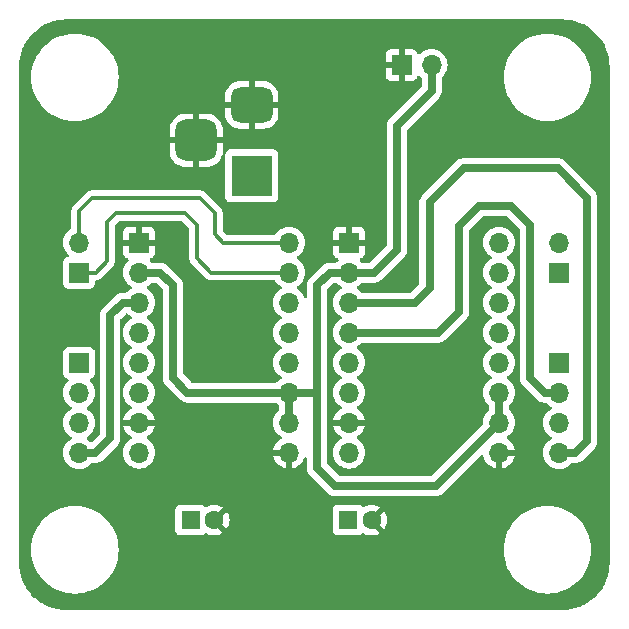
<source format=gbl>
%TF.GenerationSoftware,KiCad,Pcbnew,8.0.0-8.0.0-1~ubuntu22.04.1*%
%TF.CreationDate,2024-03-03T18:13:48+01:00*%
%TF.ProjectId,photohead-elec,70686f74-6f68-4656-9164-2d656c65632e,v01*%
%TF.SameCoordinates,Original*%
%TF.FileFunction,Copper,L2,Bot*%
%TF.FilePolarity,Positive*%
%FSLAX46Y46*%
G04 Gerber Fmt 4.6, Leading zero omitted, Abs format (unit mm)*
G04 Created by KiCad (PCBNEW 8.0.0-8.0.0-1~ubuntu22.04.1) date 2024-03-03 18:13:48*
%MOMM*%
%LPD*%
G01*
G04 APERTURE LIST*
G04 Aperture macros list*
%AMRoundRect*
0 Rectangle with rounded corners*
0 $1 Rounding radius*
0 $2 $3 $4 $5 $6 $7 $8 $9 X,Y pos of 4 corners*
0 Add a 4 corners polygon primitive as box body*
4,1,4,$2,$3,$4,$5,$6,$7,$8,$9,$2,$3,0*
0 Add four circle primitives for the rounded corners*
1,1,$1+$1,$2,$3*
1,1,$1+$1,$4,$5*
1,1,$1+$1,$6,$7*
1,1,$1+$1,$8,$9*
0 Add four rect primitives between the rounded corners*
20,1,$1+$1,$2,$3,$4,$5,0*
20,1,$1+$1,$4,$5,$6,$7,0*
20,1,$1+$1,$6,$7,$8,$9,0*
20,1,$1+$1,$8,$9,$2,$3,0*%
G04 Aperture macros list end*
%TA.AperFunction,ComponentPad*%
%ADD10R,3.500000X3.500000*%
%TD*%
%TA.AperFunction,ComponentPad*%
%ADD11RoundRect,0.750000X-1.000000X0.750000X-1.000000X-0.750000X1.000000X-0.750000X1.000000X0.750000X0*%
%TD*%
%TA.AperFunction,ComponentPad*%
%ADD12RoundRect,0.875000X-0.875000X0.875000X-0.875000X-0.875000X0.875000X-0.875000X0.875000X0.875000X0*%
%TD*%
%TA.AperFunction,ComponentPad*%
%ADD13R,1.700000X1.700000*%
%TD*%
%TA.AperFunction,ComponentPad*%
%ADD14O,1.700000X1.700000*%
%TD*%
%TA.AperFunction,ComponentPad*%
%ADD15R,1.600000X1.600000*%
%TD*%
%TA.AperFunction,ComponentPad*%
%ADD16C,1.600000*%
%TD*%
%TA.AperFunction,Conductor*%
%ADD17C,0.700000*%
%TD*%
%TA.AperFunction,Conductor*%
%ADD18C,0.300000*%
%TD*%
G04 APERTURE END LIST*
D10*
%TO.P,J1,1*%
%TO.N,+12V*%
X175697000Y-57250000D03*
D11*
%TO.P,J1,2*%
%TO.N,GND*%
X175697000Y-51250000D03*
D12*
%TO.P,J1,3*%
X170997000Y-54250000D03*
%TD*%
D13*
%TO.P,J3,1,Pin_1*%
%TO.N,/DRV1_STEP*%
X161082000Y-65448000D03*
D14*
%TO.P,J3,2,Pin_2*%
%TO.N,/DRV1_DIR*%
X161082000Y-62908000D03*
%TD*%
D13*
%TO.P,J4,1,Pin_1*%
%TO.N,/DRV1_2A*%
X161082000Y-73078000D03*
D14*
%TO.P,J4,2,Pin_2*%
%TO.N,/DRV1_1A*%
X161082000Y-75618000D03*
%TO.P,J4,3,Pin_3*%
%TO.N,/DRV1_2B*%
X161082000Y-78158000D03*
%TO.P,J4,4,Pin_4*%
%TO.N,/DRV1_1B*%
X161082000Y-80698000D03*
%TD*%
D13*
%TO.P,J5,1,Pin_1*%
%TO.N,/DRV2_STEP*%
X201722000Y-65448000D03*
D14*
%TO.P,J5,2,Pin_2*%
%TO.N,/DRV2_DIR*%
X201722000Y-62908000D03*
%TD*%
D13*
%TO.P,J6,1,Pin_1*%
%TO.N,/DRV2_2A*%
X201722000Y-73078000D03*
D14*
%TO.P,J6,2,Pin_2*%
%TO.N,/DRV2_1A*%
X201722000Y-75618000D03*
%TO.P,J6,3,Pin_3*%
%TO.N,/DRV2_2B*%
X201722000Y-78158000D03*
%TO.P,J6,4,Pin_4*%
%TO.N,/DRV2_1B*%
X201722000Y-80698000D03*
%TD*%
D13*
%TO.P,U1,1,GND*%
%TO.N,GND*%
X166162000Y-62898000D03*
D14*
%TO.P,U1,2,VDD*%
%TO.N,+3.3V*%
X166162000Y-65438000D03*
%TO.P,U1,3,1B*%
%TO.N,/DRV1_1B*%
X166162000Y-67978000D03*
%TO.P,U1,4,1A*%
%TO.N,/DRV1_1A*%
X166162000Y-70518000D03*
%TO.P,U1,5,2A*%
%TO.N,/DRV1_2A*%
X166162000Y-73058000D03*
%TO.P,U1,6,2B*%
%TO.N,/DRV1_2B*%
X166162000Y-75598000D03*
%TO.P,U1,7,GND*%
%TO.N,GND*%
X166162000Y-78138000D03*
%TO.P,U1,8,VM*%
%TO.N,+12V*%
X166162000Y-80678000D03*
%TO.P,U1,9,~{EN}*%
%TO.N,GND*%
X178862000Y-80678000D03*
%TO.P,U1,10,MS1*%
%TO.N,+3.3V*%
X178862000Y-78138000D03*
%TO.P,U1,11,MS2*%
X178862000Y-75598000D03*
%TO.P,U1,12,UART_*%
%TO.N,unconnected-(U1-UART_-Pad12)*%
X178862000Y-73058000D03*
%TO.P,U1,13,UART*%
%TO.N,unconnected-(U1-UART-Pad13)*%
X178862000Y-70518000D03*
%TO.P,U1,14,NC*%
%TO.N,unconnected-(U1-NC-Pad14)*%
X178862000Y-67978000D03*
%TO.P,U1,15,STEP*%
%TO.N,/DRV1_STEP*%
X178862000Y-65438000D03*
%TO.P,U1,16,DIR*%
%TO.N,/DRV1_DIR*%
X178862000Y-62898000D03*
%TD*%
D15*
%TO.P,C1,1*%
%TO.N,+12V*%
X170512000Y-86393000D03*
D16*
%TO.P,C1,2*%
%TO.N,GND*%
X172512000Y-86393000D03*
%TD*%
D15*
%TO.P,C2,1*%
%TO.N,+12V*%
X183847000Y-86393000D03*
D16*
%TO.P,C2,2*%
%TO.N,GND*%
X185847000Y-86393000D03*
%TD*%
D13*
%TO.P,U2,1,GND*%
%TO.N,GND*%
X183942000Y-62898000D03*
D14*
%TO.P,U2,2,VDD*%
%TO.N,+3.3V*%
X183942000Y-65438000D03*
%TO.P,U2,3,1B*%
%TO.N,/DRV2_1B*%
X183942000Y-67978000D03*
%TO.P,U2,4,1A*%
%TO.N,/DRV2_1A*%
X183942000Y-70518000D03*
%TO.P,U2,5,2A*%
%TO.N,/DRV2_2A*%
X183942000Y-73058000D03*
%TO.P,U2,6,2B*%
%TO.N,/DRV2_2B*%
X183942000Y-75598000D03*
%TO.P,U2,7,GND*%
%TO.N,GND*%
X183942000Y-78138000D03*
%TO.P,U2,8,VM*%
%TO.N,+12V*%
X183942000Y-80678000D03*
%TO.P,U2,9,~{EN}*%
%TO.N,GND*%
X196642000Y-80678000D03*
%TO.P,U2,10,MS1*%
%TO.N,+3.3V*%
X196642000Y-78138000D03*
%TO.P,U2,11,MS2*%
X196642000Y-75598000D03*
%TO.P,U2,12,UART_*%
%TO.N,unconnected-(U2-UART_-Pad12)*%
X196642000Y-73058000D03*
%TO.P,U2,13,UART*%
%TO.N,unconnected-(U2-UART-Pad13)*%
X196642000Y-70518000D03*
%TO.P,U2,14,NC*%
%TO.N,unconnected-(U2-NC-Pad14)*%
X196642000Y-67978000D03*
%TO.P,U2,15,STEP*%
%TO.N,/DRV2_STEP*%
X196642000Y-65438000D03*
%TO.P,U2,16,DIR*%
%TO.N,/DRV2_DIR*%
X196642000Y-62898000D03*
%TD*%
D13*
%TO.P,J2,1,Pin_1*%
%TO.N,GND*%
X188382000Y-47858000D03*
D14*
%TO.P,J2,2,Pin_2*%
%TO.N,+3.3V*%
X190922000Y-47858000D03*
%TD*%
D17*
%TO.N,+3.3V*%
X178862000Y-75598000D02*
X178862000Y-78138000D01*
X181074000Y-75598000D02*
X181226000Y-75750000D01*
X169034000Y-74380000D02*
X170252000Y-75598000D01*
X167966000Y-65438000D02*
X169034000Y-66506000D01*
X178862000Y-75598000D02*
X181074000Y-75598000D01*
X181226000Y-74750000D02*
X181226000Y-66506000D01*
X196642000Y-78138000D02*
X196642000Y-75598000D01*
X166162000Y-65438000D02*
X167966000Y-65438000D01*
X181226000Y-81976000D02*
X181226000Y-75750000D01*
X191280000Y-83500000D02*
X182750000Y-83500000D01*
X169034000Y-66506000D02*
X169034000Y-74380000D01*
X182294000Y-65438000D02*
X183942000Y-65438000D01*
X188000000Y-63500000D02*
X186062000Y-65438000D01*
X182750000Y-83500000D02*
X181226000Y-81976000D01*
X190922000Y-50078000D02*
X188000000Y-53000000D01*
X170252000Y-75598000D02*
X178862000Y-75598000D01*
X186062000Y-65438000D02*
X183942000Y-65438000D01*
X181226000Y-74750000D02*
X181226000Y-75750000D01*
X181226000Y-66506000D02*
X182294000Y-65438000D01*
X190922000Y-47858000D02*
X190922000Y-50078000D01*
X196642000Y-78138000D02*
X191280000Y-83500000D01*
X188000000Y-53000000D02*
X188000000Y-63500000D01*
D18*
%TO.N,/DRV1_STEP*%
X172284000Y-65438000D02*
X178862000Y-65438000D01*
X163446000Y-64474000D02*
X163446000Y-61172000D01*
X161082000Y-65448000D02*
X162472000Y-65448000D01*
X171066000Y-61426000D02*
X171066000Y-64220000D01*
X162472000Y-65448000D02*
X163446000Y-64474000D01*
X171066000Y-64220000D02*
X172284000Y-65438000D01*
X163446000Y-61172000D02*
X164208000Y-60410000D01*
X170050000Y-60410000D02*
X171066000Y-61426000D01*
X164208000Y-60410000D02*
X170050000Y-60410000D01*
%TO.N,/DRV1_DIR*%
X173300000Y-62898000D02*
X178862000Y-62898000D01*
X161082000Y-62908000D02*
X161082000Y-60234000D01*
X172590000Y-62188000D02*
X173300000Y-62898000D01*
X171320000Y-59140000D02*
X172590000Y-60410000D01*
X172590000Y-60410000D02*
X172590000Y-62188000D01*
X162176000Y-59140000D02*
X171320000Y-59140000D01*
X161082000Y-60234000D02*
X162176000Y-59140000D01*
D17*
%TO.N,/DRV1_1B*%
X163700000Y-69046000D02*
X164768000Y-67978000D01*
X163700000Y-79460000D02*
X163700000Y-69046000D01*
X161082000Y-80698000D02*
X162462000Y-80698000D01*
X164768000Y-67978000D02*
X166162000Y-67978000D01*
X162462000Y-80698000D02*
X163700000Y-79460000D01*
%TO.N,/DRV2_1A*%
X183942000Y-70518000D02*
X191482000Y-70518000D01*
X191482000Y-70518000D02*
X193250000Y-68750000D01*
X199260000Y-61426000D02*
X199260000Y-74380000D01*
X193250000Y-68750000D02*
X193250000Y-61500000D01*
X194975000Y-59775000D02*
X197609000Y-59775000D01*
X199260000Y-74380000D02*
X200498000Y-75618000D01*
X193250000Y-61500000D02*
X194975000Y-59775000D01*
X200498000Y-75618000D02*
X201722000Y-75618000D01*
X197609000Y-59775000D02*
X199260000Y-61426000D01*
%TO.N,/DRV2_1B*%
X204086000Y-79714000D02*
X203102000Y-80698000D01*
X190750000Y-66750000D02*
X190750000Y-59500000D01*
X201600000Y-56600000D02*
X204086000Y-59086000D01*
X204086000Y-59086000D02*
X204086000Y-79714000D01*
X183942000Y-67978000D02*
X189522000Y-67978000D01*
X189522000Y-67978000D02*
X190750000Y-66750000D01*
X193650000Y-56600000D02*
X201600000Y-56600000D01*
X203102000Y-80698000D02*
X201722000Y-80698000D01*
X190750000Y-59500000D02*
X193650000Y-56600000D01*
%TD*%
%TA.AperFunction,Conductor*%
%TO.N,GND*%
G36*
X202002855Y-44000632D02*
G01*
X202363310Y-44017296D01*
X202374700Y-44018352D01*
X202729238Y-44067808D01*
X202740482Y-44069910D01*
X203088944Y-44151867D01*
X203099934Y-44154994D01*
X203439368Y-44268761D01*
X203450022Y-44272889D01*
X203777488Y-44417479D01*
X203787735Y-44422581D01*
X204100452Y-44596765D01*
X204110190Y-44602794D01*
X204405512Y-44805093D01*
X204414652Y-44811996D01*
X204690035Y-45040671D01*
X204698499Y-45048387D01*
X204951612Y-45301500D01*
X204959328Y-45309964D01*
X205188003Y-45585347D01*
X205194906Y-45594487D01*
X205397205Y-45889809D01*
X205403234Y-45899547D01*
X205577418Y-46212264D01*
X205582523Y-46222517D01*
X205727105Y-46549964D01*
X205731243Y-46560644D01*
X205845001Y-46900052D01*
X205848135Y-46911068D01*
X205930087Y-47259509D01*
X205932192Y-47270768D01*
X205981646Y-47625292D01*
X205982703Y-47636696D01*
X205999368Y-47997144D01*
X205999500Y-48002871D01*
X205999500Y-89997128D01*
X205999368Y-90002855D01*
X205982703Y-90363303D01*
X205981646Y-90374707D01*
X205932192Y-90729231D01*
X205930087Y-90740490D01*
X205848135Y-91088931D01*
X205845001Y-91099947D01*
X205731243Y-91439355D01*
X205727105Y-91450035D01*
X205582523Y-91777482D01*
X205577418Y-91787735D01*
X205403234Y-92100452D01*
X205397205Y-92110190D01*
X205194906Y-92405512D01*
X205188003Y-92414652D01*
X204959328Y-92690035D01*
X204951612Y-92698499D01*
X204698499Y-92951612D01*
X204690035Y-92959328D01*
X204414652Y-93188003D01*
X204405512Y-93194906D01*
X204110190Y-93397205D01*
X204100452Y-93403234D01*
X203787735Y-93577418D01*
X203777482Y-93582523D01*
X203450035Y-93727105D01*
X203439355Y-93731243D01*
X203099947Y-93845001D01*
X203088931Y-93848135D01*
X202740490Y-93930087D01*
X202729231Y-93932192D01*
X202374707Y-93981646D01*
X202363303Y-93982703D01*
X202002855Y-93999368D01*
X201997128Y-93999500D01*
X160002872Y-93999500D01*
X159997145Y-93999368D01*
X159636696Y-93982703D01*
X159625292Y-93981646D01*
X159270768Y-93932192D01*
X159259509Y-93930087D01*
X158911068Y-93848135D01*
X158900052Y-93845001D01*
X158560644Y-93731243D01*
X158549964Y-93727105D01*
X158222517Y-93582523D01*
X158212264Y-93577418D01*
X157899547Y-93403234D01*
X157889809Y-93397205D01*
X157594487Y-93194906D01*
X157585347Y-93188003D01*
X157309964Y-92959328D01*
X157301500Y-92951612D01*
X157048387Y-92698499D01*
X157040671Y-92690035D01*
X156811996Y-92414652D01*
X156805093Y-92405512D01*
X156602794Y-92110190D01*
X156596765Y-92100452D01*
X156422581Y-91787735D01*
X156417476Y-91777482D01*
X156272889Y-91450022D01*
X156268761Y-91439368D01*
X156154994Y-91099934D01*
X156151867Y-91088944D01*
X156069910Y-90740482D01*
X156067807Y-90729231D01*
X156064542Y-90705827D01*
X156018352Y-90374700D01*
X156017296Y-90363303D01*
X156011536Y-90238723D01*
X156000632Y-90002855D01*
X156000500Y-89997128D01*
X156000500Y-88910000D01*
X157024422Y-88910000D01*
X157044722Y-89297339D01*
X157105397Y-89680427D01*
X157105397Y-89680429D01*
X157205788Y-90055094D01*
X157344787Y-90417197D01*
X157520877Y-90762793D01*
X157732122Y-91088082D01*
X157741730Y-91099947D01*
X157976219Y-91389516D01*
X158250484Y-91663781D01*
X158250488Y-91663784D01*
X158551917Y-91907877D01*
X158814620Y-92078478D01*
X158877211Y-92119125D01*
X159222806Y-92295214D01*
X159584913Y-92434214D01*
X159959567Y-92534602D01*
X160342662Y-92595278D01*
X160708576Y-92614455D01*
X160729999Y-92615578D01*
X160730000Y-92615578D01*
X160730001Y-92615578D01*
X160750301Y-92614514D01*
X161117338Y-92595278D01*
X161500433Y-92534602D01*
X161875087Y-92434214D01*
X162237194Y-92295214D01*
X162582789Y-92119125D01*
X162908084Y-91907876D01*
X163209516Y-91663781D01*
X163483781Y-91389516D01*
X163727876Y-91088084D01*
X163939125Y-90762789D01*
X164115214Y-90417194D01*
X164254214Y-90055087D01*
X164354602Y-89680433D01*
X164415278Y-89297338D01*
X164435578Y-88910000D01*
X197024422Y-88910000D01*
X197044722Y-89297339D01*
X197105397Y-89680427D01*
X197105397Y-89680429D01*
X197205788Y-90055094D01*
X197344787Y-90417197D01*
X197520877Y-90762793D01*
X197732122Y-91088082D01*
X197741730Y-91099947D01*
X197976219Y-91389516D01*
X198250484Y-91663781D01*
X198250488Y-91663784D01*
X198551917Y-91907877D01*
X198814620Y-92078478D01*
X198877211Y-92119125D01*
X199222806Y-92295214D01*
X199584913Y-92434214D01*
X199959567Y-92534602D01*
X200342662Y-92595278D01*
X200708576Y-92614455D01*
X200729999Y-92615578D01*
X200730000Y-92615578D01*
X200730001Y-92615578D01*
X200750301Y-92614514D01*
X201117338Y-92595278D01*
X201500433Y-92534602D01*
X201875087Y-92434214D01*
X202237194Y-92295214D01*
X202582789Y-92119125D01*
X202908084Y-91907876D01*
X203209516Y-91663781D01*
X203483781Y-91389516D01*
X203727876Y-91088084D01*
X203939125Y-90762789D01*
X204115214Y-90417194D01*
X204254214Y-90055087D01*
X204354602Y-89680433D01*
X204415278Y-89297338D01*
X204435578Y-88910000D01*
X204415278Y-88522662D01*
X204354602Y-88139567D01*
X204254214Y-87764913D01*
X204115214Y-87402806D01*
X203939125Y-87057211D01*
X203797623Y-86839317D01*
X203727877Y-86731917D01*
X203483784Y-86430488D01*
X203483781Y-86430484D01*
X203209516Y-86156219D01*
X203041620Y-86020259D01*
X202908082Y-85912122D01*
X202582793Y-85700877D01*
X202237197Y-85524787D01*
X201875094Y-85385788D01*
X201875087Y-85385786D01*
X201500433Y-85285398D01*
X201500429Y-85285397D01*
X201500428Y-85285397D01*
X201117339Y-85224722D01*
X200730001Y-85204422D01*
X200729999Y-85204422D01*
X200342660Y-85224722D01*
X199959572Y-85285397D01*
X199959570Y-85285397D01*
X199584905Y-85385788D01*
X199222802Y-85524787D01*
X198877206Y-85700877D01*
X198551917Y-85912122D01*
X198250488Y-86156215D01*
X198250480Y-86156222D01*
X197976222Y-86430480D01*
X197976215Y-86430488D01*
X197732122Y-86731917D01*
X197520877Y-87057206D01*
X197344787Y-87402802D01*
X197205788Y-87764905D01*
X197105397Y-88139570D01*
X197105397Y-88139572D01*
X197044722Y-88522660D01*
X197024422Y-88909999D01*
X197024422Y-88910000D01*
X164435578Y-88910000D01*
X164415278Y-88522662D01*
X164354602Y-88139567D01*
X164254214Y-87764913D01*
X164115214Y-87402806D01*
X164032704Y-87240870D01*
X169211500Y-87240870D01*
X169211501Y-87240876D01*
X169217908Y-87300483D01*
X169268202Y-87435328D01*
X169268206Y-87435335D01*
X169354452Y-87550544D01*
X169354455Y-87550547D01*
X169469664Y-87636793D01*
X169469671Y-87636797D01*
X169604517Y-87687091D01*
X169604516Y-87687091D01*
X169611444Y-87687835D01*
X169664127Y-87693500D01*
X171359872Y-87693499D01*
X171419483Y-87687091D01*
X171554331Y-87636796D01*
X171669546Y-87550546D01*
X171676350Y-87541455D01*
X171732280Y-87499584D01*
X171801971Y-87494597D01*
X171846740Y-87514188D01*
X171859512Y-87523130D01*
X171859518Y-87523134D01*
X172065673Y-87619265D01*
X172065682Y-87619269D01*
X172285389Y-87678139D01*
X172285400Y-87678141D01*
X172511998Y-87697966D01*
X172512002Y-87697966D01*
X172738599Y-87678141D01*
X172738610Y-87678139D01*
X172958317Y-87619269D01*
X172958331Y-87619264D01*
X173164478Y-87523136D01*
X173237471Y-87472024D01*
X173006317Y-87240870D01*
X182546500Y-87240870D01*
X182546501Y-87240876D01*
X182552908Y-87300483D01*
X182603202Y-87435328D01*
X182603206Y-87435335D01*
X182689452Y-87550544D01*
X182689455Y-87550547D01*
X182804664Y-87636793D01*
X182804671Y-87636797D01*
X182939517Y-87687091D01*
X182939516Y-87687091D01*
X182946444Y-87687835D01*
X182999127Y-87693500D01*
X184694872Y-87693499D01*
X184754483Y-87687091D01*
X184889331Y-87636796D01*
X185004546Y-87550546D01*
X185011350Y-87541455D01*
X185067280Y-87499584D01*
X185136971Y-87494597D01*
X185181740Y-87514188D01*
X185194512Y-87523130D01*
X185194518Y-87523134D01*
X185400673Y-87619265D01*
X185400682Y-87619269D01*
X185620389Y-87678139D01*
X185620400Y-87678141D01*
X185846998Y-87697966D01*
X185847002Y-87697966D01*
X186073599Y-87678141D01*
X186073610Y-87678139D01*
X186293317Y-87619269D01*
X186293331Y-87619264D01*
X186499478Y-87523136D01*
X186572471Y-87472024D01*
X185893447Y-86793000D01*
X185899661Y-86793000D01*
X186001394Y-86765741D01*
X186092606Y-86713080D01*
X186167080Y-86638606D01*
X186219741Y-86547394D01*
X186247000Y-86445661D01*
X186247000Y-86439447D01*
X186926024Y-87118471D01*
X186977136Y-87045478D01*
X187073264Y-86839331D01*
X187073269Y-86839317D01*
X187132139Y-86619610D01*
X187132141Y-86619599D01*
X187151966Y-86393002D01*
X187151966Y-86392997D01*
X187132141Y-86166400D01*
X187132139Y-86166389D01*
X187073269Y-85946682D01*
X187073264Y-85946668D01*
X186977136Y-85740521D01*
X186977132Y-85740513D01*
X186926025Y-85667526D01*
X186247000Y-86346551D01*
X186247000Y-86340339D01*
X186219741Y-86238606D01*
X186167080Y-86147394D01*
X186092606Y-86072920D01*
X186001394Y-86020259D01*
X185899661Y-85993000D01*
X185893447Y-85993000D01*
X186572472Y-85313974D01*
X186499478Y-85262863D01*
X186293331Y-85166735D01*
X186293317Y-85166730D01*
X186073610Y-85107860D01*
X186073599Y-85107858D01*
X185847002Y-85088034D01*
X185846998Y-85088034D01*
X185620400Y-85107858D01*
X185620389Y-85107860D01*
X185400682Y-85166730D01*
X185400673Y-85166734D01*
X185194512Y-85262868D01*
X185194507Y-85262871D01*
X185181736Y-85271813D01*
X185115529Y-85294138D01*
X185047763Y-85277124D01*
X185011352Y-85244546D01*
X185004546Y-85235454D01*
X185004544Y-85235453D01*
X185004544Y-85235452D01*
X184889335Y-85149206D01*
X184889328Y-85149202D01*
X184754482Y-85098908D01*
X184754483Y-85098908D01*
X184694883Y-85092501D01*
X184694881Y-85092500D01*
X184694873Y-85092500D01*
X184694864Y-85092500D01*
X182999129Y-85092500D01*
X182999123Y-85092501D01*
X182939516Y-85098908D01*
X182804671Y-85149202D01*
X182804664Y-85149206D01*
X182689455Y-85235452D01*
X182689452Y-85235455D01*
X182603206Y-85350664D01*
X182603202Y-85350671D01*
X182552908Y-85485517D01*
X182546501Y-85545116D01*
X182546500Y-85545135D01*
X182546500Y-87240870D01*
X173006317Y-87240870D01*
X172558447Y-86793000D01*
X172564661Y-86793000D01*
X172666394Y-86765741D01*
X172757606Y-86713080D01*
X172832080Y-86638606D01*
X172884741Y-86547394D01*
X172912000Y-86445661D01*
X172912000Y-86439447D01*
X173591024Y-87118471D01*
X173642136Y-87045478D01*
X173738264Y-86839331D01*
X173738269Y-86839317D01*
X173797139Y-86619610D01*
X173797141Y-86619599D01*
X173816966Y-86393002D01*
X173816966Y-86392997D01*
X173797141Y-86166400D01*
X173797139Y-86166389D01*
X173738269Y-85946682D01*
X173738264Y-85946668D01*
X173642136Y-85740521D01*
X173642132Y-85740513D01*
X173591025Y-85667526D01*
X172912000Y-86346551D01*
X172912000Y-86340339D01*
X172884741Y-86238606D01*
X172832080Y-86147394D01*
X172757606Y-86072920D01*
X172666394Y-86020259D01*
X172564661Y-85993000D01*
X172558447Y-85993000D01*
X173237472Y-85313974D01*
X173164478Y-85262863D01*
X172958331Y-85166735D01*
X172958317Y-85166730D01*
X172738610Y-85107860D01*
X172738599Y-85107858D01*
X172512002Y-85088034D01*
X172511998Y-85088034D01*
X172285400Y-85107858D01*
X172285389Y-85107860D01*
X172065682Y-85166730D01*
X172065673Y-85166734D01*
X171859512Y-85262868D01*
X171859507Y-85262871D01*
X171846736Y-85271813D01*
X171780529Y-85294138D01*
X171712763Y-85277124D01*
X171676352Y-85244546D01*
X171669546Y-85235454D01*
X171669544Y-85235453D01*
X171669544Y-85235452D01*
X171554335Y-85149206D01*
X171554328Y-85149202D01*
X171419482Y-85098908D01*
X171419483Y-85098908D01*
X171359883Y-85092501D01*
X171359881Y-85092500D01*
X171359873Y-85092500D01*
X171359864Y-85092500D01*
X169664129Y-85092500D01*
X169664123Y-85092501D01*
X169604516Y-85098908D01*
X169469671Y-85149202D01*
X169469664Y-85149206D01*
X169354455Y-85235452D01*
X169354452Y-85235455D01*
X169268206Y-85350664D01*
X169268202Y-85350671D01*
X169217908Y-85485517D01*
X169211501Y-85545116D01*
X169211500Y-85545135D01*
X169211500Y-87240870D01*
X164032704Y-87240870D01*
X163939125Y-87057211D01*
X163797623Y-86839317D01*
X163727877Y-86731917D01*
X163483784Y-86430488D01*
X163483781Y-86430484D01*
X163209516Y-86156219D01*
X163041620Y-86020259D01*
X162908082Y-85912122D01*
X162582793Y-85700877D01*
X162237197Y-85524787D01*
X161875094Y-85385788D01*
X161875087Y-85385786D01*
X161500433Y-85285398D01*
X161500429Y-85285397D01*
X161500428Y-85285397D01*
X161117339Y-85224722D01*
X160730001Y-85204422D01*
X160729999Y-85204422D01*
X160342660Y-85224722D01*
X159959572Y-85285397D01*
X159959570Y-85285397D01*
X159584905Y-85385788D01*
X159222802Y-85524787D01*
X158877206Y-85700877D01*
X158551917Y-85912122D01*
X158250488Y-86156215D01*
X158250480Y-86156222D01*
X157976222Y-86430480D01*
X157976215Y-86430488D01*
X157732122Y-86731917D01*
X157520877Y-87057206D01*
X157344787Y-87402802D01*
X157205788Y-87764905D01*
X157105397Y-88139570D01*
X157105397Y-88139572D01*
X157044722Y-88522660D01*
X157024422Y-88909999D01*
X157024422Y-88910000D01*
X156000500Y-88910000D01*
X156000500Y-80698000D01*
X159726341Y-80698000D01*
X159746936Y-80933403D01*
X159746938Y-80933413D01*
X159808094Y-81161655D01*
X159808096Y-81161659D01*
X159808097Y-81161663D01*
X159819047Y-81185145D01*
X159907965Y-81375830D01*
X159907967Y-81375834D01*
X159961093Y-81451705D01*
X160043505Y-81569401D01*
X160210599Y-81736495D01*
X160307384Y-81804265D01*
X160404165Y-81872032D01*
X160404167Y-81872033D01*
X160404170Y-81872035D01*
X160618337Y-81971903D01*
X160846592Y-82033063D01*
X161034918Y-82049539D01*
X161081999Y-82053659D01*
X161082000Y-82053659D01*
X161082001Y-82053659D01*
X161121234Y-82050226D01*
X161317408Y-82033063D01*
X161545663Y-81971903D01*
X161759830Y-81872035D01*
X161953401Y-81736495D01*
X162105078Y-81584818D01*
X162166401Y-81551334D01*
X162192759Y-81548500D01*
X162545768Y-81548500D01*
X162545769Y-81548499D01*
X162600538Y-81537605D01*
X162710074Y-81515818D01*
X162710078Y-81515816D01*
X162710082Y-81515816D01*
X162755415Y-81497037D01*
X162864863Y-81451704D01*
X163004162Y-81358627D01*
X164360626Y-80002162D01*
X164453703Y-79862863D01*
X164475033Y-79811368D01*
X164517816Y-79708082D01*
X164550500Y-79543767D01*
X164550500Y-69449649D01*
X164570185Y-69382610D01*
X164586815Y-69361972D01*
X165023766Y-68925020D01*
X165085087Y-68891537D01*
X165154778Y-68896521D01*
X165199126Y-68925022D01*
X165290597Y-69016493D01*
X165290603Y-69016498D01*
X165476158Y-69146425D01*
X165519783Y-69201002D01*
X165526977Y-69270500D01*
X165495454Y-69332855D01*
X165476158Y-69349575D01*
X165290597Y-69479505D01*
X165123505Y-69646597D01*
X164987965Y-69840169D01*
X164987964Y-69840171D01*
X164888098Y-70054335D01*
X164888094Y-70054344D01*
X164826938Y-70282586D01*
X164826936Y-70282596D01*
X164806341Y-70517999D01*
X164806341Y-70518000D01*
X164826936Y-70753403D01*
X164826938Y-70753413D01*
X164888094Y-70981655D01*
X164888096Y-70981659D01*
X164888097Y-70981663D01*
X164909058Y-71026614D01*
X164987965Y-71195830D01*
X164987967Y-71195834D01*
X165123501Y-71389395D01*
X165123506Y-71389402D01*
X165290597Y-71556493D01*
X165290603Y-71556498D01*
X165476158Y-71686425D01*
X165519783Y-71741002D01*
X165526977Y-71810500D01*
X165495454Y-71872855D01*
X165476158Y-71889575D01*
X165290597Y-72019505D01*
X165123505Y-72186597D01*
X164987965Y-72380169D01*
X164987964Y-72380171D01*
X164888098Y-72594335D01*
X164888094Y-72594344D01*
X164826938Y-72822586D01*
X164826936Y-72822596D01*
X164806341Y-73057999D01*
X164806341Y-73058000D01*
X164826936Y-73293403D01*
X164826938Y-73293413D01*
X164888094Y-73521655D01*
X164888096Y-73521659D01*
X164888097Y-73521663D01*
X164909058Y-73566614D01*
X164987965Y-73735830D01*
X164987967Y-73735834D01*
X165123501Y-73929395D01*
X165123506Y-73929402D01*
X165290597Y-74096493D01*
X165290603Y-74096498D01*
X165476158Y-74226425D01*
X165519783Y-74281002D01*
X165526977Y-74350500D01*
X165495454Y-74412855D01*
X165476158Y-74429575D01*
X165290597Y-74559505D01*
X165123505Y-74726597D01*
X164987965Y-74920169D01*
X164987964Y-74920171D01*
X164888098Y-75134335D01*
X164888094Y-75134344D01*
X164826938Y-75362586D01*
X164826936Y-75362596D01*
X164806341Y-75597999D01*
X164806341Y-75598000D01*
X164826936Y-75833403D01*
X164826938Y-75833413D01*
X164888094Y-76061655D01*
X164888096Y-76061659D01*
X164888097Y-76061663D01*
X164934028Y-76160162D01*
X164987965Y-76275830D01*
X164987967Y-76275834D01*
X165071505Y-76395137D01*
X165122873Y-76468499D01*
X165123501Y-76469395D01*
X165123506Y-76469402D01*
X165290597Y-76636493D01*
X165290603Y-76636498D01*
X165476594Y-76766730D01*
X165520219Y-76821307D01*
X165527413Y-76890805D01*
X165495890Y-76953160D01*
X165476595Y-76969880D01*
X165290922Y-77099890D01*
X165290920Y-77099891D01*
X165123891Y-77266920D01*
X165123886Y-77266926D01*
X164988400Y-77460420D01*
X164988399Y-77460422D01*
X164888570Y-77674507D01*
X164888567Y-77674513D01*
X164831364Y-77887999D01*
X164831364Y-77888000D01*
X165728988Y-77888000D01*
X165696075Y-77945007D01*
X165662000Y-78072174D01*
X165662000Y-78203826D01*
X165696075Y-78330993D01*
X165728988Y-78388000D01*
X164831364Y-78388000D01*
X164888567Y-78601486D01*
X164888570Y-78601492D01*
X164988399Y-78815578D01*
X165123894Y-79009082D01*
X165290917Y-79176105D01*
X165476595Y-79306119D01*
X165520219Y-79360696D01*
X165527412Y-79430195D01*
X165495890Y-79492549D01*
X165476595Y-79509269D01*
X165290594Y-79639508D01*
X165123505Y-79806597D01*
X164987965Y-80000169D01*
X164987964Y-80000171D01*
X164888098Y-80214335D01*
X164888094Y-80214344D01*
X164826938Y-80442586D01*
X164826936Y-80442596D01*
X164806341Y-80677999D01*
X164806341Y-80678000D01*
X164826936Y-80913403D01*
X164826938Y-80913413D01*
X164888094Y-81141655D01*
X164888096Y-81141659D01*
X164888097Y-81141663D01*
X164908373Y-81185145D01*
X164987965Y-81355830D01*
X164987967Y-81355834D01*
X165055097Y-81451705D01*
X165123505Y-81549401D01*
X165290599Y-81716495D01*
X165387384Y-81784265D01*
X165484165Y-81852032D01*
X165484167Y-81852033D01*
X165484170Y-81852035D01*
X165698337Y-81951903D01*
X165926592Y-82013063D01*
X166114918Y-82029539D01*
X166161999Y-82033659D01*
X166162000Y-82033659D01*
X166162001Y-82033659D01*
X166201234Y-82030226D01*
X166397408Y-82013063D01*
X166625663Y-81951903D01*
X166839830Y-81852035D01*
X167033401Y-81716495D01*
X167200495Y-81549401D01*
X167336035Y-81355830D01*
X167435903Y-81141663D01*
X167497063Y-80913408D01*
X167517659Y-80678000D01*
X167497063Y-80442592D01*
X167435903Y-80214337D01*
X167336035Y-80000171D01*
X167309365Y-79962081D01*
X167200494Y-79806597D01*
X167033402Y-79639506D01*
X167033401Y-79639505D01*
X166852526Y-79512855D01*
X166847405Y-79509269D01*
X166803781Y-79454692D01*
X166796588Y-79385193D01*
X166828110Y-79322839D01*
X166847405Y-79306119D01*
X167033082Y-79176105D01*
X167200105Y-79009082D01*
X167335600Y-78815578D01*
X167435429Y-78601492D01*
X167435432Y-78601486D01*
X167492636Y-78388000D01*
X166595012Y-78388000D01*
X166627925Y-78330993D01*
X166662000Y-78203826D01*
X166662000Y-78072174D01*
X166627925Y-77945007D01*
X166595012Y-77888000D01*
X167492636Y-77888000D01*
X167492635Y-77887999D01*
X167435432Y-77674513D01*
X167435429Y-77674507D01*
X167335600Y-77460422D01*
X167335599Y-77460420D01*
X167200113Y-77266926D01*
X167200108Y-77266920D01*
X167033078Y-77099890D01*
X166847405Y-76969879D01*
X166803780Y-76915302D01*
X166796588Y-76845804D01*
X166828110Y-76783449D01*
X166847406Y-76766730D01*
X166930197Y-76708759D01*
X167033401Y-76636495D01*
X167200495Y-76469401D01*
X167336035Y-76275830D01*
X167435903Y-76061663D01*
X167497063Y-75833408D01*
X167517659Y-75598000D01*
X167497063Y-75362592D01*
X167435903Y-75134337D01*
X167336035Y-74920171D01*
X167239894Y-74782866D01*
X167200494Y-74726597D01*
X167033402Y-74559506D01*
X167033396Y-74559501D01*
X166847842Y-74429575D01*
X166804217Y-74374998D01*
X166797023Y-74305500D01*
X166828546Y-74243145D01*
X166847842Y-74226425D01*
X166921156Y-74175090D01*
X167033401Y-74096495D01*
X167200495Y-73929401D01*
X167336035Y-73735830D01*
X167435903Y-73521663D01*
X167497063Y-73293408D01*
X167517659Y-73058000D01*
X167497063Y-72822592D01*
X167435903Y-72594337D01*
X167336035Y-72380171D01*
X167200495Y-72186599D01*
X167200494Y-72186597D01*
X167033402Y-72019506D01*
X167033396Y-72019501D01*
X166847842Y-71889575D01*
X166804217Y-71834998D01*
X166797023Y-71765500D01*
X166828546Y-71703145D01*
X166847842Y-71686425D01*
X166870026Y-71670891D01*
X167033401Y-71556495D01*
X167200495Y-71389401D01*
X167336035Y-71195830D01*
X167435903Y-70981663D01*
X167497063Y-70753408D01*
X167517659Y-70518000D01*
X167497063Y-70282592D01*
X167435903Y-70054337D01*
X167336035Y-69840171D01*
X167201347Y-69647815D01*
X167200494Y-69646597D01*
X167033402Y-69479506D01*
X167033396Y-69479501D01*
X166847842Y-69349575D01*
X166804217Y-69294998D01*
X166797023Y-69225500D01*
X166828546Y-69163145D01*
X166847842Y-69146425D01*
X166870026Y-69130891D01*
X167033401Y-69016495D01*
X167200495Y-68849401D01*
X167336035Y-68655830D01*
X167435903Y-68441663D01*
X167497063Y-68213408D01*
X167517659Y-67978000D01*
X167497063Y-67742592D01*
X167435903Y-67514337D01*
X167336035Y-67300171D01*
X167330432Y-67292168D01*
X167200494Y-67106597D01*
X167033402Y-66939506D01*
X167033396Y-66939501D01*
X166847842Y-66809575D01*
X166804217Y-66754998D01*
X166797023Y-66685500D01*
X166828546Y-66623145D01*
X166847842Y-66606425D01*
X166942238Y-66540328D01*
X167033401Y-66476495D01*
X167185078Y-66324818D01*
X167246401Y-66291334D01*
X167272759Y-66288500D01*
X167562349Y-66288500D01*
X167629388Y-66308185D01*
X167650030Y-66324819D01*
X168147181Y-66821969D01*
X168180666Y-66883292D01*
X168183500Y-66909650D01*
X168183500Y-74463771D01*
X168216181Y-74628073D01*
X168216184Y-74628082D01*
X168280296Y-74782863D01*
X168280297Y-74782866D01*
X168373372Y-74922161D01*
X168373375Y-74922165D01*
X169709830Y-76258619D01*
X169709831Y-76258620D01*
X169709834Y-76258622D01*
X169709838Y-76258626D01*
X169849137Y-76351704D01*
X169954000Y-76395139D01*
X170003918Y-76415816D01*
X170104461Y-76435815D01*
X170168228Y-76448499D01*
X170168232Y-76448500D01*
X170168233Y-76448500D01*
X177751241Y-76448500D01*
X177818280Y-76468185D01*
X177838922Y-76484819D01*
X177975181Y-76621078D01*
X178008666Y-76682401D01*
X178011500Y-76708759D01*
X178011500Y-77027241D01*
X177991815Y-77094280D01*
X177975181Y-77114922D01*
X177823505Y-77266597D01*
X177687965Y-77460169D01*
X177687964Y-77460171D01*
X177588098Y-77674335D01*
X177588094Y-77674344D01*
X177526938Y-77902586D01*
X177526936Y-77902596D01*
X177506341Y-78137999D01*
X177506341Y-78138000D01*
X177526936Y-78373403D01*
X177526938Y-78373413D01*
X177588094Y-78601655D01*
X177588096Y-78601659D01*
X177588097Y-78601663D01*
X177687847Y-78815578D01*
X177687965Y-78815830D01*
X177687967Y-78815834D01*
X177823501Y-79009395D01*
X177823506Y-79009402D01*
X177990597Y-79176493D01*
X177990603Y-79176498D01*
X178176594Y-79306730D01*
X178220219Y-79361307D01*
X178227413Y-79430805D01*
X178195890Y-79493160D01*
X178176595Y-79509880D01*
X177990922Y-79639890D01*
X177990920Y-79639891D01*
X177823891Y-79806920D01*
X177823886Y-79806926D01*
X177688400Y-80000420D01*
X177688399Y-80000422D01*
X177588570Y-80214507D01*
X177588567Y-80214513D01*
X177531364Y-80427999D01*
X177531364Y-80428000D01*
X178428988Y-80428000D01*
X178396075Y-80485007D01*
X178362000Y-80612174D01*
X178362000Y-80743826D01*
X178396075Y-80870993D01*
X178428988Y-80928000D01*
X177531364Y-80928000D01*
X177588567Y-81141486D01*
X177588570Y-81141492D01*
X177688399Y-81355578D01*
X177823894Y-81549082D01*
X177990917Y-81716105D01*
X178184421Y-81851600D01*
X178398507Y-81951429D01*
X178398516Y-81951433D01*
X178612000Y-82008634D01*
X178612000Y-81111012D01*
X178669007Y-81143925D01*
X178796174Y-81178000D01*
X178927826Y-81178000D01*
X179054993Y-81143925D01*
X179112000Y-81111012D01*
X179112000Y-82008634D01*
X179325483Y-81951433D01*
X179325492Y-81951429D01*
X179539578Y-81851600D01*
X179733082Y-81716105D01*
X179900105Y-81549082D01*
X180035600Y-81355578D01*
X180137719Y-81136584D01*
X180139050Y-81137204D01*
X180176402Y-81086472D01*
X180241670Y-81061535D01*
X180310059Y-81075843D01*
X180359856Y-81124854D01*
X180375500Y-81185145D01*
X180375500Y-82059771D01*
X180408181Y-82224073D01*
X180408184Y-82224082D01*
X180472296Y-82378863D01*
X180472297Y-82378866D01*
X180565372Y-82518161D01*
X180565375Y-82518165D01*
X182089374Y-84042162D01*
X182207838Y-84160626D01*
X182347137Y-84253703D01*
X182347138Y-84253703D01*
X182347139Y-84253704D01*
X182382201Y-84268227D01*
X182501918Y-84317816D01*
X182666228Y-84350499D01*
X182666232Y-84350500D01*
X182666233Y-84350500D01*
X191363768Y-84350500D01*
X191363769Y-84350499D01*
X191418538Y-84339605D01*
X191528074Y-84317818D01*
X191528078Y-84317816D01*
X191528082Y-84317816D01*
X191573415Y-84299037D01*
X191682863Y-84253704D01*
X191822162Y-84160627D01*
X195105279Y-80877507D01*
X195166597Y-80844026D01*
X195236288Y-80849010D01*
X195292222Y-80890881D01*
X195312730Y-80933098D01*
X195368567Y-81141486D01*
X195368570Y-81141492D01*
X195468399Y-81355578D01*
X195603894Y-81549082D01*
X195770917Y-81716105D01*
X195964421Y-81851600D01*
X196178507Y-81951429D01*
X196178516Y-81951433D01*
X196392000Y-82008634D01*
X196392000Y-81111012D01*
X196449007Y-81143925D01*
X196576174Y-81178000D01*
X196707826Y-81178000D01*
X196834993Y-81143925D01*
X196892000Y-81111012D01*
X196892000Y-82008633D01*
X197105483Y-81951433D01*
X197105492Y-81951429D01*
X197319578Y-81851600D01*
X197513082Y-81716105D01*
X197680105Y-81549082D01*
X197815600Y-81355578D01*
X197915429Y-81141492D01*
X197915432Y-81141486D01*
X197972636Y-80928000D01*
X197075012Y-80928000D01*
X197107925Y-80870993D01*
X197142000Y-80743826D01*
X197142000Y-80612174D01*
X197107925Y-80485007D01*
X197075012Y-80428000D01*
X197972636Y-80428000D01*
X197972635Y-80427999D01*
X197915432Y-80214513D01*
X197915429Y-80214507D01*
X197815600Y-80000422D01*
X197815599Y-80000420D01*
X197680113Y-79806926D01*
X197680108Y-79806920D01*
X197513078Y-79639890D01*
X197327405Y-79509879D01*
X197283780Y-79455302D01*
X197276588Y-79385804D01*
X197308110Y-79323449D01*
X197327406Y-79306730D01*
X197328279Y-79306119D01*
X197513401Y-79176495D01*
X197680495Y-79009401D01*
X197816035Y-78815830D01*
X197915903Y-78601663D01*
X197977063Y-78373408D01*
X197997659Y-78138000D01*
X197977063Y-77902592D01*
X197915903Y-77674337D01*
X197816035Y-77460171D01*
X197680495Y-77266599D01*
X197680494Y-77266597D01*
X197528819Y-77114922D01*
X197495334Y-77053599D01*
X197492500Y-77027241D01*
X197492500Y-76708758D01*
X197512185Y-76641719D01*
X197528819Y-76621077D01*
X197577396Y-76572500D01*
X197680495Y-76469401D01*
X197816035Y-76275830D01*
X197915903Y-76061663D01*
X197977063Y-75833408D01*
X197997659Y-75598000D01*
X197977063Y-75362592D01*
X197915903Y-75134337D01*
X197816035Y-74920171D01*
X197719894Y-74782866D01*
X197680494Y-74726597D01*
X197513402Y-74559506D01*
X197513396Y-74559501D01*
X197327842Y-74429575D01*
X197284217Y-74374998D01*
X197277023Y-74305500D01*
X197308546Y-74243145D01*
X197327842Y-74226425D01*
X197401156Y-74175090D01*
X197513401Y-74096495D01*
X197680495Y-73929401D01*
X197816035Y-73735830D01*
X197915903Y-73521663D01*
X197977063Y-73293408D01*
X197997659Y-73058000D01*
X197977063Y-72822592D01*
X197915903Y-72594337D01*
X197816035Y-72380171D01*
X197680495Y-72186599D01*
X197680494Y-72186597D01*
X197513402Y-72019506D01*
X197513396Y-72019501D01*
X197327842Y-71889575D01*
X197284217Y-71834998D01*
X197277023Y-71765500D01*
X197308546Y-71703145D01*
X197327842Y-71686425D01*
X197350026Y-71670891D01*
X197513401Y-71556495D01*
X197680495Y-71389401D01*
X197816035Y-71195830D01*
X197915903Y-70981663D01*
X197977063Y-70753408D01*
X197997659Y-70518000D01*
X197977063Y-70282592D01*
X197915903Y-70054337D01*
X197816035Y-69840171D01*
X197681347Y-69647815D01*
X197680494Y-69646597D01*
X197513402Y-69479506D01*
X197513396Y-69479501D01*
X197327842Y-69349575D01*
X197284217Y-69294998D01*
X197277023Y-69225500D01*
X197308546Y-69163145D01*
X197327842Y-69146425D01*
X197350026Y-69130891D01*
X197513401Y-69016495D01*
X197680495Y-68849401D01*
X197816035Y-68655830D01*
X197915903Y-68441663D01*
X197977063Y-68213408D01*
X197997659Y-67978000D01*
X197977063Y-67742592D01*
X197915903Y-67514337D01*
X197816035Y-67300171D01*
X197810432Y-67292168D01*
X197680494Y-67106597D01*
X197513402Y-66939506D01*
X197513396Y-66939501D01*
X197327842Y-66809575D01*
X197284217Y-66754998D01*
X197277023Y-66685500D01*
X197308546Y-66623145D01*
X197327842Y-66606425D01*
X197422238Y-66540328D01*
X197513401Y-66476495D01*
X197680495Y-66309401D01*
X197816035Y-66115830D01*
X197915903Y-65901663D01*
X197977063Y-65673408D01*
X197997659Y-65438000D01*
X197977063Y-65202592D01*
X197915903Y-64974337D01*
X197816035Y-64760171D01*
X197809741Y-64751181D01*
X197680494Y-64566597D01*
X197513402Y-64399506D01*
X197513396Y-64399501D01*
X197327842Y-64269575D01*
X197284217Y-64214998D01*
X197277023Y-64145500D01*
X197308546Y-64083145D01*
X197327842Y-64066425D01*
X197376519Y-64032341D01*
X197513401Y-63936495D01*
X197680495Y-63769401D01*
X197816035Y-63575830D01*
X197915903Y-63361663D01*
X197977063Y-63133408D01*
X197997659Y-62898000D01*
X197977063Y-62662592D01*
X197918584Y-62444344D01*
X197915905Y-62434344D01*
X197915904Y-62434343D01*
X197915903Y-62434337D01*
X197816035Y-62220171D01*
X197809741Y-62211181D01*
X197680494Y-62026597D01*
X197513402Y-61859506D01*
X197513395Y-61859501D01*
X197319834Y-61723967D01*
X197319830Y-61723965D01*
X197248727Y-61690809D01*
X197105663Y-61624097D01*
X197105659Y-61624096D01*
X197105655Y-61624094D01*
X196877413Y-61562938D01*
X196877403Y-61562936D01*
X196642001Y-61542341D01*
X196641999Y-61542341D01*
X196406596Y-61562936D01*
X196406586Y-61562938D01*
X196178344Y-61624094D01*
X196178335Y-61624098D01*
X195964171Y-61723964D01*
X195964169Y-61723965D01*
X195770597Y-61859505D01*
X195603505Y-62026597D01*
X195467965Y-62220169D01*
X195467964Y-62220171D01*
X195368098Y-62434335D01*
X195368094Y-62434344D01*
X195306938Y-62662586D01*
X195306936Y-62662596D01*
X195286341Y-62897999D01*
X195286341Y-62898000D01*
X195306936Y-63133403D01*
X195306938Y-63133413D01*
X195368094Y-63361655D01*
X195368096Y-63361659D01*
X195368097Y-63361663D01*
X195420696Y-63474462D01*
X195467965Y-63575830D01*
X195467967Y-63575834D01*
X195576281Y-63730521D01*
X195603501Y-63769396D01*
X195603506Y-63769402D01*
X195770597Y-63936493D01*
X195770603Y-63936498D01*
X195956158Y-64066425D01*
X195999783Y-64121002D01*
X196006977Y-64190500D01*
X195975454Y-64252855D01*
X195956158Y-64269575D01*
X195770597Y-64399505D01*
X195603505Y-64566597D01*
X195467965Y-64760169D01*
X195467964Y-64760171D01*
X195368098Y-64974335D01*
X195368094Y-64974344D01*
X195306938Y-65202586D01*
X195306936Y-65202596D01*
X195286341Y-65437999D01*
X195286341Y-65438000D01*
X195306936Y-65673403D01*
X195306938Y-65673413D01*
X195368094Y-65901655D01*
X195368096Y-65901659D01*
X195368097Y-65901663D01*
X195425361Y-66024465D01*
X195467965Y-66115830D01*
X195467967Y-66115834D01*
X195521093Y-66191705D01*
X195603501Y-66309396D01*
X195603506Y-66309402D01*
X195770597Y-66476493D01*
X195770603Y-66476498D01*
X195956158Y-66606425D01*
X195999783Y-66661002D01*
X196006977Y-66730500D01*
X195975454Y-66792855D01*
X195956158Y-66809575D01*
X195770597Y-66939505D01*
X195603505Y-67106597D01*
X195467965Y-67300169D01*
X195467964Y-67300171D01*
X195368098Y-67514335D01*
X195368094Y-67514344D01*
X195306938Y-67742586D01*
X195306936Y-67742596D01*
X195286341Y-67977999D01*
X195286341Y-67978000D01*
X195306936Y-68213403D01*
X195306938Y-68213413D01*
X195368094Y-68441655D01*
X195368096Y-68441659D01*
X195368097Y-68441663D01*
X195389058Y-68486614D01*
X195467965Y-68655830D01*
X195467967Y-68655834D01*
X195603501Y-68849395D01*
X195603506Y-68849402D01*
X195770597Y-69016493D01*
X195770603Y-69016498D01*
X195956158Y-69146425D01*
X195999783Y-69201002D01*
X196006977Y-69270500D01*
X195975454Y-69332855D01*
X195956158Y-69349575D01*
X195770597Y-69479505D01*
X195603505Y-69646597D01*
X195467965Y-69840169D01*
X195467964Y-69840171D01*
X195368098Y-70054335D01*
X195368094Y-70054344D01*
X195306938Y-70282586D01*
X195306936Y-70282596D01*
X195286341Y-70517999D01*
X195286341Y-70518000D01*
X195306936Y-70753403D01*
X195306938Y-70753413D01*
X195368094Y-70981655D01*
X195368096Y-70981659D01*
X195368097Y-70981663D01*
X195389058Y-71026614D01*
X195467965Y-71195830D01*
X195467967Y-71195834D01*
X195603501Y-71389395D01*
X195603506Y-71389402D01*
X195770597Y-71556493D01*
X195770603Y-71556498D01*
X195956158Y-71686425D01*
X195999783Y-71741002D01*
X196006977Y-71810500D01*
X195975454Y-71872855D01*
X195956158Y-71889575D01*
X195770597Y-72019505D01*
X195603505Y-72186597D01*
X195467965Y-72380169D01*
X195467964Y-72380171D01*
X195368098Y-72594335D01*
X195368094Y-72594344D01*
X195306938Y-72822586D01*
X195306936Y-72822596D01*
X195286341Y-73057999D01*
X195286341Y-73058000D01*
X195306936Y-73293403D01*
X195306938Y-73293413D01*
X195368094Y-73521655D01*
X195368096Y-73521659D01*
X195368097Y-73521663D01*
X195389058Y-73566614D01*
X195467965Y-73735830D01*
X195467967Y-73735834D01*
X195603501Y-73929395D01*
X195603506Y-73929402D01*
X195770597Y-74096493D01*
X195770603Y-74096498D01*
X195956158Y-74226425D01*
X195999783Y-74281002D01*
X196006977Y-74350500D01*
X195975454Y-74412855D01*
X195956158Y-74429575D01*
X195770597Y-74559505D01*
X195603505Y-74726597D01*
X195467965Y-74920169D01*
X195467964Y-74920171D01*
X195368098Y-75134335D01*
X195368094Y-75134344D01*
X195306938Y-75362586D01*
X195306936Y-75362596D01*
X195286341Y-75597999D01*
X195286341Y-75598000D01*
X195306936Y-75833403D01*
X195306938Y-75833413D01*
X195368094Y-76061655D01*
X195368096Y-76061659D01*
X195368097Y-76061663D01*
X195414028Y-76160162D01*
X195467965Y-76275830D01*
X195467967Y-76275834D01*
X195551505Y-76395137D01*
X195602873Y-76468499D01*
X195603501Y-76469395D01*
X195603506Y-76469402D01*
X195755181Y-76621077D01*
X195788666Y-76682400D01*
X195791500Y-76708758D01*
X195791500Y-77027241D01*
X195771815Y-77094280D01*
X195755181Y-77114922D01*
X195603505Y-77266597D01*
X195467965Y-77460169D01*
X195467964Y-77460171D01*
X195368098Y-77674335D01*
X195368094Y-77674344D01*
X195306938Y-77902586D01*
X195306936Y-77902596D01*
X195286341Y-78137999D01*
X195286341Y-78138003D01*
X195293599Y-78220971D01*
X195279832Y-78289471D01*
X195257752Y-78319458D01*
X190964030Y-82613181D01*
X190902707Y-82646666D01*
X190876349Y-82649500D01*
X183153650Y-82649500D01*
X183086611Y-82629815D01*
X183065969Y-82613181D01*
X182112819Y-81660030D01*
X182079334Y-81598707D01*
X182076500Y-81572349D01*
X182076500Y-66909650D01*
X182096185Y-66842611D01*
X182112819Y-66821969D01*
X182609969Y-66324819D01*
X182671292Y-66291334D01*
X182697650Y-66288500D01*
X182831241Y-66288500D01*
X182898280Y-66308185D01*
X182918922Y-66324818D01*
X183070599Y-66476495D01*
X183070602Y-66476497D01*
X183070603Y-66476498D01*
X183256158Y-66606425D01*
X183299783Y-66661002D01*
X183306977Y-66730500D01*
X183275454Y-66792855D01*
X183256158Y-66809575D01*
X183070597Y-66939505D01*
X182903505Y-67106597D01*
X182767965Y-67300169D01*
X182767964Y-67300171D01*
X182668098Y-67514335D01*
X182668094Y-67514344D01*
X182606938Y-67742586D01*
X182606936Y-67742596D01*
X182586341Y-67977999D01*
X182586341Y-67978000D01*
X182606936Y-68213403D01*
X182606938Y-68213413D01*
X182668094Y-68441655D01*
X182668096Y-68441659D01*
X182668097Y-68441663D01*
X182689058Y-68486614D01*
X182767965Y-68655830D01*
X182767967Y-68655834D01*
X182903501Y-68849395D01*
X182903506Y-68849402D01*
X183070597Y-69016493D01*
X183070603Y-69016498D01*
X183256158Y-69146425D01*
X183299783Y-69201002D01*
X183306977Y-69270500D01*
X183275454Y-69332855D01*
X183256158Y-69349575D01*
X183070597Y-69479505D01*
X182903505Y-69646597D01*
X182767965Y-69840169D01*
X182767964Y-69840171D01*
X182668098Y-70054335D01*
X182668094Y-70054344D01*
X182606938Y-70282586D01*
X182606936Y-70282596D01*
X182586341Y-70517999D01*
X182586341Y-70518000D01*
X182606936Y-70753403D01*
X182606938Y-70753413D01*
X182668094Y-70981655D01*
X182668096Y-70981659D01*
X182668097Y-70981663D01*
X182689058Y-71026614D01*
X182767965Y-71195830D01*
X182767967Y-71195834D01*
X182903501Y-71389395D01*
X182903506Y-71389402D01*
X183070597Y-71556493D01*
X183070603Y-71556498D01*
X183256158Y-71686425D01*
X183299783Y-71741002D01*
X183306977Y-71810500D01*
X183275454Y-71872855D01*
X183256158Y-71889575D01*
X183070597Y-72019505D01*
X182903505Y-72186597D01*
X182767965Y-72380169D01*
X182767964Y-72380171D01*
X182668098Y-72594335D01*
X182668094Y-72594344D01*
X182606938Y-72822586D01*
X182606936Y-72822596D01*
X182586341Y-73057999D01*
X182586341Y-73058000D01*
X182606936Y-73293403D01*
X182606938Y-73293413D01*
X182668094Y-73521655D01*
X182668096Y-73521659D01*
X182668097Y-73521663D01*
X182689058Y-73566614D01*
X182767965Y-73735830D01*
X182767967Y-73735834D01*
X182903501Y-73929395D01*
X182903506Y-73929402D01*
X183070597Y-74096493D01*
X183070603Y-74096498D01*
X183256158Y-74226425D01*
X183299783Y-74281002D01*
X183306977Y-74350500D01*
X183275454Y-74412855D01*
X183256158Y-74429575D01*
X183070597Y-74559505D01*
X182903505Y-74726597D01*
X182767965Y-74920169D01*
X182767964Y-74920171D01*
X182668098Y-75134335D01*
X182668094Y-75134344D01*
X182606938Y-75362586D01*
X182606936Y-75362596D01*
X182586341Y-75597999D01*
X182586341Y-75598000D01*
X182606936Y-75833403D01*
X182606938Y-75833413D01*
X182668094Y-76061655D01*
X182668096Y-76061659D01*
X182668097Y-76061663D01*
X182714028Y-76160162D01*
X182767965Y-76275830D01*
X182767967Y-76275834D01*
X182851505Y-76395137D01*
X182902873Y-76468499D01*
X182903501Y-76469395D01*
X182903506Y-76469402D01*
X183070597Y-76636493D01*
X183070603Y-76636498D01*
X183256594Y-76766730D01*
X183300219Y-76821307D01*
X183307413Y-76890805D01*
X183275890Y-76953160D01*
X183256595Y-76969880D01*
X183070922Y-77099890D01*
X183070920Y-77099891D01*
X182903891Y-77266920D01*
X182903886Y-77266926D01*
X182768400Y-77460420D01*
X182768399Y-77460422D01*
X182668570Y-77674507D01*
X182668567Y-77674513D01*
X182611364Y-77887999D01*
X182611364Y-77888000D01*
X183508988Y-77888000D01*
X183476075Y-77945007D01*
X183442000Y-78072174D01*
X183442000Y-78203826D01*
X183476075Y-78330993D01*
X183508988Y-78388000D01*
X182611364Y-78388000D01*
X182668567Y-78601486D01*
X182668570Y-78601492D01*
X182768399Y-78815578D01*
X182903894Y-79009082D01*
X183070917Y-79176105D01*
X183256595Y-79306119D01*
X183300219Y-79360696D01*
X183307412Y-79430195D01*
X183275890Y-79492549D01*
X183256595Y-79509269D01*
X183070594Y-79639508D01*
X182903505Y-79806597D01*
X182767965Y-80000169D01*
X182767964Y-80000171D01*
X182668098Y-80214335D01*
X182668094Y-80214344D01*
X182606938Y-80442586D01*
X182606936Y-80442596D01*
X182586341Y-80677999D01*
X182586341Y-80678000D01*
X182606936Y-80913403D01*
X182606938Y-80913413D01*
X182668094Y-81141655D01*
X182668096Y-81141659D01*
X182668097Y-81141663D01*
X182688373Y-81185145D01*
X182767965Y-81355830D01*
X182767967Y-81355834D01*
X182835097Y-81451705D01*
X182903505Y-81549401D01*
X183070599Y-81716495D01*
X183167384Y-81784265D01*
X183264165Y-81852032D01*
X183264167Y-81852033D01*
X183264170Y-81852035D01*
X183478337Y-81951903D01*
X183706592Y-82013063D01*
X183894918Y-82029539D01*
X183941999Y-82033659D01*
X183942000Y-82033659D01*
X183942001Y-82033659D01*
X183981234Y-82030226D01*
X184177408Y-82013063D01*
X184405663Y-81951903D01*
X184619830Y-81852035D01*
X184813401Y-81716495D01*
X184980495Y-81549401D01*
X185116035Y-81355830D01*
X185215903Y-81141663D01*
X185277063Y-80913408D01*
X185297659Y-80678000D01*
X185277063Y-80442592D01*
X185215903Y-80214337D01*
X185116035Y-80000171D01*
X185089365Y-79962081D01*
X184980494Y-79806597D01*
X184813402Y-79639506D01*
X184813401Y-79639505D01*
X184632526Y-79512855D01*
X184627405Y-79509269D01*
X184583781Y-79454692D01*
X184576588Y-79385193D01*
X184608110Y-79322839D01*
X184627405Y-79306119D01*
X184813082Y-79176105D01*
X184980105Y-79009082D01*
X185115600Y-78815578D01*
X185215429Y-78601492D01*
X185215432Y-78601486D01*
X185272636Y-78388000D01*
X184375012Y-78388000D01*
X184407925Y-78330993D01*
X184442000Y-78203826D01*
X184442000Y-78072174D01*
X184407925Y-77945007D01*
X184375012Y-77888000D01*
X185272636Y-77888000D01*
X185272635Y-77887999D01*
X185215432Y-77674513D01*
X185215429Y-77674507D01*
X185115600Y-77460422D01*
X185115599Y-77460420D01*
X184980113Y-77266926D01*
X184980108Y-77266920D01*
X184813078Y-77099890D01*
X184627405Y-76969879D01*
X184583780Y-76915302D01*
X184576588Y-76845804D01*
X184608110Y-76783449D01*
X184627406Y-76766730D01*
X184710197Y-76708759D01*
X184813401Y-76636495D01*
X184980495Y-76469401D01*
X185116035Y-76275830D01*
X185215903Y-76061663D01*
X185277063Y-75833408D01*
X185297659Y-75598000D01*
X185277063Y-75362592D01*
X185215903Y-75134337D01*
X185116035Y-74920171D01*
X185019894Y-74782866D01*
X184980494Y-74726597D01*
X184813402Y-74559506D01*
X184813396Y-74559501D01*
X184627842Y-74429575D01*
X184584217Y-74374998D01*
X184577023Y-74305500D01*
X184608546Y-74243145D01*
X184627842Y-74226425D01*
X184701156Y-74175090D01*
X184813401Y-74096495D01*
X184980495Y-73929401D01*
X185116035Y-73735830D01*
X185215903Y-73521663D01*
X185277063Y-73293408D01*
X185297659Y-73058000D01*
X185277063Y-72822592D01*
X185215903Y-72594337D01*
X185116035Y-72380171D01*
X184980495Y-72186599D01*
X184980494Y-72186597D01*
X184813402Y-72019506D01*
X184813396Y-72019501D01*
X184627842Y-71889575D01*
X184584217Y-71834998D01*
X184577023Y-71765500D01*
X184608546Y-71703145D01*
X184627842Y-71686425D01*
X184650026Y-71670891D01*
X184813401Y-71556495D01*
X184965078Y-71404818D01*
X185026401Y-71371334D01*
X185052759Y-71368500D01*
X191565768Y-71368500D01*
X191565769Y-71368499D01*
X191620538Y-71357605D01*
X191730074Y-71335818D01*
X191730078Y-71335816D01*
X191730082Y-71335816D01*
X191775415Y-71317037D01*
X191884863Y-71271704D01*
X192024162Y-71178627D01*
X193910627Y-69292162D01*
X194003704Y-69152862D01*
X194067816Y-68998081D01*
X194088018Y-68896521D01*
X194094362Y-68864631D01*
X194097392Y-68849395D01*
X194100500Y-68833767D01*
X194100500Y-61903650D01*
X194120185Y-61836611D01*
X194136819Y-61815969D01*
X195290969Y-60661819D01*
X195352292Y-60628334D01*
X195378650Y-60625500D01*
X197205349Y-60625500D01*
X197272388Y-60645185D01*
X197293030Y-60661819D01*
X198373181Y-61741970D01*
X198406666Y-61803293D01*
X198409500Y-61829651D01*
X198409500Y-74463771D01*
X198442181Y-74628073D01*
X198442184Y-74628082D01*
X198506296Y-74782863D01*
X198506297Y-74782866D01*
X198599372Y-74922161D01*
X198599375Y-74922165D01*
X199837374Y-76160162D01*
X199955838Y-76278626D01*
X200095137Y-76371703D01*
X200249918Y-76435816D01*
X200412649Y-76468185D01*
X200414228Y-76468499D01*
X200414232Y-76468500D01*
X200414233Y-76468500D01*
X200611241Y-76468500D01*
X200678280Y-76488185D01*
X200698922Y-76504818D01*
X200850599Y-76656495D01*
X200850602Y-76656497D01*
X200850603Y-76656498D01*
X201036158Y-76786425D01*
X201079783Y-76841002D01*
X201086977Y-76910500D01*
X201055454Y-76972855D01*
X201036158Y-76989575D01*
X200850597Y-77119505D01*
X200683505Y-77286597D01*
X200547965Y-77480169D01*
X200547964Y-77480171D01*
X200448098Y-77694335D01*
X200448094Y-77694344D01*
X200386938Y-77922586D01*
X200386936Y-77922596D01*
X200366341Y-78157999D01*
X200366341Y-78158000D01*
X200386936Y-78393403D01*
X200386938Y-78393413D01*
X200448094Y-78621655D01*
X200448096Y-78621659D01*
X200448097Y-78621663D01*
X200459732Y-78646614D01*
X200547965Y-78835830D01*
X200547967Y-78835834D01*
X200656281Y-78990521D01*
X200669277Y-79009082D01*
X200683501Y-79029395D01*
X200683506Y-79029402D01*
X200850597Y-79196493D01*
X200850603Y-79196498D01*
X201036158Y-79326425D01*
X201079783Y-79381002D01*
X201086977Y-79450500D01*
X201055454Y-79512855D01*
X201036158Y-79529575D01*
X200850597Y-79659505D01*
X200683505Y-79826597D01*
X200547965Y-80020169D01*
X200547964Y-80020171D01*
X200448098Y-80234335D01*
X200448094Y-80234344D01*
X200386938Y-80462586D01*
X200386936Y-80462596D01*
X200366341Y-80697999D01*
X200366341Y-80698000D01*
X200386936Y-80933403D01*
X200386938Y-80933413D01*
X200448094Y-81161655D01*
X200448096Y-81161659D01*
X200448097Y-81161663D01*
X200459047Y-81185145D01*
X200547965Y-81375830D01*
X200547967Y-81375834D01*
X200601093Y-81451705D01*
X200683505Y-81569401D01*
X200850599Y-81736495D01*
X200947384Y-81804265D01*
X201044165Y-81872032D01*
X201044167Y-81872033D01*
X201044170Y-81872035D01*
X201258337Y-81971903D01*
X201486592Y-82033063D01*
X201674918Y-82049539D01*
X201721999Y-82053659D01*
X201722000Y-82053659D01*
X201722001Y-82053659D01*
X201761234Y-82050226D01*
X201957408Y-82033063D01*
X202185663Y-81971903D01*
X202399830Y-81872035D01*
X202593401Y-81736495D01*
X202745078Y-81584818D01*
X202806401Y-81551334D01*
X202832759Y-81548500D01*
X203185768Y-81548500D01*
X203185769Y-81548499D01*
X203240538Y-81537605D01*
X203350074Y-81515818D01*
X203350078Y-81515816D01*
X203350082Y-81515816D01*
X203395415Y-81497037D01*
X203504863Y-81451704D01*
X203644162Y-81358627D01*
X204746626Y-80256162D01*
X204839704Y-80116863D01*
X204903816Y-79962081D01*
X204936500Y-79797767D01*
X204936500Y-59002233D01*
X204903816Y-58837918D01*
X204865865Y-58746297D01*
X204839704Y-58683137D01*
X204839703Y-58683135D01*
X204839702Y-58683133D01*
X204746627Y-58543838D01*
X204746624Y-58543834D01*
X202142165Y-55939375D01*
X202142161Y-55939372D01*
X202002866Y-55846297D01*
X202002863Y-55846296D01*
X201893416Y-55800962D01*
X201893414Y-55800961D01*
X201848086Y-55782185D01*
X201848074Y-55782182D01*
X201683771Y-55749500D01*
X201683767Y-55749500D01*
X193566233Y-55749500D01*
X193566228Y-55749500D01*
X193401925Y-55782182D01*
X193401917Y-55782184D01*
X193247135Y-55846297D01*
X193247129Y-55846301D01*
X193107838Y-55939373D01*
X193107834Y-55939376D01*
X190089375Y-58957834D01*
X190089372Y-58957838D01*
X189996297Y-59097133D01*
X189966212Y-59169767D01*
X189932185Y-59251913D01*
X189932182Y-59251925D01*
X189899500Y-59416228D01*
X189899500Y-66346349D01*
X189879815Y-66413388D01*
X189863181Y-66434030D01*
X189206030Y-67091181D01*
X189144707Y-67124666D01*
X189118349Y-67127500D01*
X185052759Y-67127500D01*
X184985720Y-67107815D01*
X184965078Y-67091182D01*
X184922058Y-67048162D01*
X184813401Y-66939505D01*
X184813397Y-66939502D01*
X184813396Y-66939501D01*
X184627842Y-66809575D01*
X184584217Y-66754998D01*
X184577023Y-66685500D01*
X184608546Y-66623145D01*
X184627842Y-66606425D01*
X184722238Y-66540328D01*
X184813401Y-66476495D01*
X184965078Y-66324818D01*
X185026401Y-66291334D01*
X185052759Y-66288500D01*
X186145768Y-66288500D01*
X186145769Y-66288499D01*
X186200538Y-66277605D01*
X186310074Y-66255818D01*
X186310078Y-66255816D01*
X186310082Y-66255816D01*
X186355415Y-66237037D01*
X186464863Y-66191704D01*
X186604162Y-66098627D01*
X188660627Y-64042162D01*
X188753704Y-63902863D01*
X188817816Y-63748081D01*
X188838612Y-63643535D01*
X188850500Y-63583767D01*
X188850500Y-53403651D01*
X188870185Y-53336612D01*
X188886819Y-53315970D01*
X191582624Y-50620165D01*
X191582627Y-50620162D01*
X191675704Y-50480863D01*
X191739816Y-50326081D01*
X191744275Y-50303667D01*
X191772499Y-50161771D01*
X191772500Y-50161768D01*
X191772500Y-48968758D01*
X191789753Y-48910000D01*
X197024422Y-48910000D01*
X197044722Y-49297339D01*
X197105397Y-49680427D01*
X197105397Y-49680429D01*
X197205788Y-50055094D01*
X197344787Y-50417197D01*
X197520877Y-50762793D01*
X197732122Y-51088082D01*
X197732124Y-51088084D01*
X197976219Y-51389516D01*
X198250484Y-51663781D01*
X198356956Y-51750000D01*
X198551917Y-51907877D01*
X198792629Y-52064197D01*
X198877211Y-52119125D01*
X199222806Y-52295214D01*
X199584913Y-52434214D01*
X199959567Y-52534602D01*
X200342662Y-52595278D01*
X200708576Y-52614455D01*
X200729999Y-52615578D01*
X200730000Y-52615578D01*
X200730001Y-52615578D01*
X200750301Y-52614514D01*
X201117338Y-52595278D01*
X201500433Y-52534602D01*
X201875087Y-52434214D01*
X202237194Y-52295214D01*
X202582789Y-52119125D01*
X202908084Y-51907876D01*
X203209516Y-51663781D01*
X203483781Y-51389516D01*
X203727876Y-51088084D01*
X203939125Y-50762789D01*
X204115214Y-50417194D01*
X204254214Y-50055087D01*
X204354602Y-49680433D01*
X204415278Y-49297338D01*
X204435578Y-48910000D01*
X204415278Y-48522662D01*
X204354602Y-48139567D01*
X204254214Y-47764913D01*
X204115214Y-47402806D01*
X203939125Y-47057211D01*
X203893268Y-46986597D01*
X203727877Y-46731917D01*
X203592426Y-46564649D01*
X203483781Y-46430484D01*
X203209516Y-46156219D01*
X202908084Y-45912124D01*
X202908082Y-45912122D01*
X202582793Y-45700877D01*
X202237197Y-45524787D01*
X201875094Y-45385788D01*
X201875087Y-45385786D01*
X201500433Y-45285398D01*
X201500429Y-45285397D01*
X201500428Y-45285397D01*
X201117339Y-45224722D01*
X200730001Y-45204422D01*
X200729999Y-45204422D01*
X200342660Y-45224722D01*
X199959572Y-45285397D01*
X199959570Y-45285397D01*
X199584905Y-45385788D01*
X199222802Y-45524787D01*
X198877206Y-45700877D01*
X198551917Y-45912122D01*
X198250488Y-46156215D01*
X198250480Y-46156222D01*
X197976222Y-46430480D01*
X197976215Y-46430488D01*
X197732122Y-46731917D01*
X197520877Y-47057206D01*
X197344787Y-47402802D01*
X197205788Y-47764905D01*
X197105397Y-48139570D01*
X197105397Y-48139572D01*
X197044722Y-48522660D01*
X197024422Y-48909999D01*
X197024422Y-48910000D01*
X191789753Y-48910000D01*
X191792185Y-48901719D01*
X191808819Y-48881077D01*
X191874524Y-48815372D01*
X191960495Y-48729401D01*
X192096035Y-48535830D01*
X192195903Y-48321663D01*
X192257063Y-48093408D01*
X192277659Y-47858000D01*
X192257063Y-47622592D01*
X192195903Y-47394337D01*
X192096035Y-47180171D01*
X192009935Y-47057206D01*
X191960494Y-46986597D01*
X191793402Y-46819506D01*
X191793395Y-46819501D01*
X191599834Y-46683967D01*
X191599830Y-46683965D01*
X191528727Y-46650809D01*
X191385663Y-46584097D01*
X191385659Y-46584096D01*
X191385655Y-46584094D01*
X191157413Y-46522938D01*
X191157403Y-46522936D01*
X190922001Y-46502341D01*
X190921999Y-46502341D01*
X190686596Y-46522936D01*
X190686586Y-46522938D01*
X190458344Y-46584094D01*
X190458335Y-46584098D01*
X190244171Y-46683964D01*
X190244169Y-46683965D01*
X190050600Y-46819503D01*
X189928284Y-46941819D01*
X189866961Y-46975303D01*
X189797269Y-46970319D01*
X189741336Y-46928447D01*
X189724421Y-46897470D01*
X189675354Y-46765913D01*
X189675350Y-46765906D01*
X189589190Y-46650812D01*
X189589187Y-46650809D01*
X189474093Y-46564649D01*
X189474086Y-46564645D01*
X189339379Y-46514403D01*
X189339372Y-46514401D01*
X189279844Y-46508000D01*
X188632000Y-46508000D01*
X188632000Y-47424988D01*
X188574993Y-47392075D01*
X188447826Y-47358000D01*
X188316174Y-47358000D01*
X188189007Y-47392075D01*
X188132000Y-47424988D01*
X188132000Y-46508000D01*
X187484155Y-46508000D01*
X187424627Y-46514401D01*
X187424620Y-46514403D01*
X187289913Y-46564645D01*
X187289906Y-46564649D01*
X187174812Y-46650809D01*
X187174809Y-46650812D01*
X187088649Y-46765906D01*
X187088645Y-46765913D01*
X187038403Y-46900620D01*
X187038401Y-46900627D01*
X187032000Y-46960155D01*
X187032000Y-47608000D01*
X187948988Y-47608000D01*
X187916075Y-47665007D01*
X187882000Y-47792174D01*
X187882000Y-47923826D01*
X187916075Y-48050993D01*
X187948988Y-48108000D01*
X187032000Y-48108000D01*
X187032000Y-48755844D01*
X187038401Y-48815372D01*
X187038403Y-48815379D01*
X187088645Y-48950086D01*
X187088649Y-48950093D01*
X187174809Y-49065187D01*
X187174812Y-49065190D01*
X187289906Y-49151350D01*
X187289913Y-49151354D01*
X187424620Y-49201596D01*
X187424627Y-49201598D01*
X187484155Y-49207999D01*
X187484172Y-49208000D01*
X188132000Y-49208000D01*
X188132000Y-48291012D01*
X188189007Y-48323925D01*
X188316174Y-48358000D01*
X188447826Y-48358000D01*
X188574993Y-48323925D01*
X188632000Y-48291012D01*
X188632000Y-49208000D01*
X189279828Y-49208000D01*
X189279844Y-49207999D01*
X189339372Y-49201598D01*
X189339379Y-49201596D01*
X189474086Y-49151354D01*
X189474093Y-49151350D01*
X189589187Y-49065190D01*
X189589190Y-49065187D01*
X189675350Y-48950093D01*
X189675354Y-48950086D01*
X189724422Y-48818529D01*
X189766293Y-48762595D01*
X189831757Y-48738178D01*
X189900030Y-48753030D01*
X189928285Y-48774181D01*
X190035181Y-48881077D01*
X190068666Y-48942400D01*
X190071500Y-48968758D01*
X190071500Y-49674348D01*
X190051815Y-49741387D01*
X190035181Y-49762029D01*
X187339375Y-52457834D01*
X187339372Y-52457838D01*
X187246296Y-52597136D01*
X187238660Y-52615574D01*
X187238658Y-52615578D01*
X187182184Y-52751917D01*
X187182182Y-52751925D01*
X187149500Y-52916228D01*
X187149500Y-63096349D01*
X187129815Y-63163388D01*
X187113181Y-63184030D01*
X185746030Y-64551181D01*
X185684707Y-64584666D01*
X185658349Y-64587500D01*
X185052759Y-64587500D01*
X184985720Y-64567815D01*
X184965078Y-64551182D01*
X184942021Y-64528125D01*
X184858179Y-64444283D01*
X184824696Y-64382963D01*
X184829680Y-64313271D01*
X184871551Y-64257337D01*
X184902529Y-64240422D01*
X185034086Y-64191354D01*
X185034093Y-64191350D01*
X185149189Y-64105189D01*
X185149190Y-64105187D01*
X185235350Y-63990093D01*
X185235354Y-63990086D01*
X185285596Y-63855379D01*
X185285598Y-63855372D01*
X185291999Y-63795844D01*
X185292000Y-63795827D01*
X185292000Y-63148000D01*
X184375012Y-63148000D01*
X184407925Y-63090993D01*
X184442000Y-62963826D01*
X184442000Y-62832174D01*
X184407925Y-62705007D01*
X184375012Y-62648000D01*
X185292000Y-62648000D01*
X185292000Y-62000172D01*
X185291999Y-62000155D01*
X185285598Y-61940627D01*
X185285596Y-61940620D01*
X185235354Y-61805913D01*
X185235350Y-61805906D01*
X185149190Y-61690812D01*
X185149187Y-61690809D01*
X185034093Y-61604649D01*
X185034086Y-61604645D01*
X184899379Y-61554403D01*
X184899372Y-61554401D01*
X184839844Y-61548000D01*
X184192000Y-61548000D01*
X184192000Y-62464988D01*
X184134993Y-62432075D01*
X184007826Y-62398000D01*
X183876174Y-62398000D01*
X183749007Y-62432075D01*
X183692000Y-62464988D01*
X183692000Y-61548000D01*
X183044155Y-61548000D01*
X182984627Y-61554401D01*
X182984620Y-61554403D01*
X182849913Y-61604645D01*
X182849906Y-61604649D01*
X182734812Y-61690809D01*
X182734809Y-61690812D01*
X182648649Y-61805906D01*
X182648645Y-61805913D01*
X182598403Y-61940620D01*
X182598401Y-61940627D01*
X182592000Y-62000155D01*
X182592000Y-62648000D01*
X183508988Y-62648000D01*
X183476075Y-62705007D01*
X183442000Y-62832174D01*
X183442000Y-62963826D01*
X183476075Y-63090993D01*
X183508988Y-63148000D01*
X182592000Y-63148000D01*
X182592000Y-63795844D01*
X182598401Y-63855372D01*
X182598403Y-63855379D01*
X182648645Y-63990086D01*
X182648649Y-63990093D01*
X182734809Y-64105187D01*
X182734811Y-64105189D01*
X182849906Y-64191350D01*
X182849913Y-64191354D01*
X182981470Y-64240421D01*
X183037403Y-64282292D01*
X183061821Y-64347756D01*
X183046970Y-64416029D01*
X183025819Y-64444284D01*
X182918923Y-64551181D01*
X182857600Y-64584666D01*
X182831241Y-64587500D01*
X182210228Y-64587500D01*
X182045925Y-64620182D01*
X182045913Y-64620185D01*
X182000583Y-64638962D01*
X181891143Y-64684292D01*
X181891137Y-64684295D01*
X181891137Y-64684296D01*
X181751840Y-64777373D01*
X181751831Y-64777379D01*
X181751830Y-64777380D01*
X180565375Y-65963834D01*
X180565372Y-65963838D01*
X180472299Y-66103130D01*
X180472292Y-66103143D01*
X180435611Y-66191702D01*
X180408185Y-66257913D01*
X180408182Y-66257925D01*
X180375500Y-66422228D01*
X180375500Y-67469385D01*
X180355815Y-67536424D01*
X180303011Y-67582179D01*
X180233853Y-67592123D01*
X180170297Y-67563098D01*
X180139637Y-67518569D01*
X180138191Y-67519244D01*
X180036035Y-67300171D01*
X180036034Y-67300169D01*
X179900494Y-67106597D01*
X179733402Y-66939506D01*
X179733396Y-66939501D01*
X179547842Y-66809575D01*
X179504217Y-66754998D01*
X179497023Y-66685500D01*
X179528546Y-66623145D01*
X179547842Y-66606425D01*
X179642238Y-66540328D01*
X179733401Y-66476495D01*
X179900495Y-66309401D01*
X180036035Y-66115830D01*
X180135903Y-65901663D01*
X180197063Y-65673408D01*
X180217659Y-65438000D01*
X180197063Y-65202592D01*
X180135903Y-64974337D01*
X180036035Y-64760171D01*
X180029741Y-64751181D01*
X179900494Y-64566597D01*
X179733402Y-64399506D01*
X179733396Y-64399501D01*
X179547842Y-64269575D01*
X179504217Y-64214998D01*
X179497023Y-64145500D01*
X179528546Y-64083145D01*
X179547842Y-64066425D01*
X179596519Y-64032341D01*
X179733401Y-63936495D01*
X179900495Y-63769401D01*
X180036035Y-63575830D01*
X180135903Y-63361663D01*
X180197063Y-63133408D01*
X180217659Y-62898000D01*
X180197063Y-62662592D01*
X180138584Y-62444344D01*
X180135905Y-62434344D01*
X180135904Y-62434343D01*
X180135903Y-62434337D01*
X180036035Y-62220171D01*
X180029741Y-62211181D01*
X179900494Y-62026597D01*
X179733402Y-61859506D01*
X179733395Y-61859501D01*
X179539834Y-61723967D01*
X179539830Y-61723965D01*
X179468727Y-61690809D01*
X179325663Y-61624097D01*
X179325659Y-61624096D01*
X179325655Y-61624094D01*
X179097413Y-61562938D01*
X179097403Y-61562936D01*
X178862001Y-61542341D01*
X178861999Y-61542341D01*
X178626596Y-61562936D01*
X178626586Y-61562938D01*
X178398344Y-61624094D01*
X178398335Y-61624098D01*
X178184171Y-61723964D01*
X178184169Y-61723965D01*
X177990597Y-61859505D01*
X177823506Y-62026596D01*
X177705854Y-62194623D01*
X177651277Y-62238248D01*
X177604279Y-62247500D01*
X173620808Y-62247500D01*
X173553769Y-62227815D01*
X173533127Y-62211181D01*
X173276819Y-61954873D01*
X173243334Y-61893550D01*
X173240500Y-61867192D01*
X173240500Y-60345928D01*
X173215502Y-60220261D01*
X173215501Y-60220260D01*
X173215501Y-60220256D01*
X173166465Y-60101873D01*
X173166464Y-60101872D01*
X173166461Y-60101866D01*
X173095277Y-59995332D01*
X173095276Y-59995331D01*
X173004669Y-59904724D01*
X173004668Y-59904723D01*
X172890445Y-59790500D01*
X171734674Y-58634727D01*
X171734673Y-58634726D01*
X171628134Y-58563540D01*
X171628127Y-58563535D01*
X171580574Y-58543838D01*
X171509744Y-58514499D01*
X171509738Y-58514497D01*
X171384071Y-58489500D01*
X171384069Y-58489500D01*
X162111931Y-58489500D01*
X162111929Y-58489500D01*
X161986261Y-58514497D01*
X161986251Y-58514500D01*
X161937220Y-58534810D01*
X161867881Y-58563530D01*
X161867863Y-58563540D01*
X161761332Y-58634721D01*
X161761325Y-58634727D01*
X160576726Y-59819326D01*
X160520911Y-59902862D01*
X160520910Y-59902862D01*
X160505536Y-59925870D01*
X160505534Y-59925874D01*
X160456499Y-60044255D01*
X160456497Y-60044261D01*
X160431500Y-60169928D01*
X160431500Y-61650278D01*
X160411815Y-61717317D01*
X160378623Y-61751853D01*
X160210597Y-61869505D01*
X160043505Y-62036597D01*
X159907965Y-62230169D01*
X159907964Y-62230171D01*
X159808098Y-62444335D01*
X159808094Y-62444344D01*
X159746938Y-62672586D01*
X159746936Y-62672596D01*
X159726341Y-62907999D01*
X159726341Y-62908000D01*
X159746936Y-63143403D01*
X159746938Y-63143413D01*
X159808094Y-63371655D01*
X159808096Y-63371659D01*
X159808097Y-63371663D01*
X159878901Y-63523502D01*
X159907965Y-63585830D01*
X159907967Y-63585834D01*
X160016281Y-63740521D01*
X160043501Y-63779396D01*
X160043506Y-63779402D01*
X160165430Y-63901326D01*
X160198915Y-63962649D01*
X160193931Y-64032341D01*
X160152059Y-64088274D01*
X160121083Y-64105189D01*
X159989669Y-64154203D01*
X159989664Y-64154206D01*
X159874455Y-64240452D01*
X159874452Y-64240455D01*
X159788206Y-64355664D01*
X159788204Y-64355669D01*
X159737908Y-64490517D01*
X159731501Y-64550116D01*
X159731500Y-64550135D01*
X159731500Y-66345870D01*
X159731501Y-66345876D01*
X159737908Y-66405483D01*
X159788202Y-66540328D01*
X159788206Y-66540335D01*
X159874452Y-66655544D01*
X159874455Y-66655547D01*
X159989664Y-66741793D01*
X159989671Y-66741797D01*
X160124517Y-66792091D01*
X160124516Y-66792091D01*
X160131444Y-66792835D01*
X160184127Y-66798500D01*
X161979872Y-66798499D01*
X162039483Y-66792091D01*
X162174331Y-66741796D01*
X162289546Y-66655546D01*
X162375796Y-66540331D01*
X162426091Y-66405483D01*
X162432500Y-66345873D01*
X162432500Y-66220865D01*
X162452185Y-66153826D01*
X162504989Y-66108071D01*
X162532309Y-66099248D01*
X162536069Y-66098500D01*
X162661744Y-66073501D01*
X162780127Y-66024465D01*
X162780132Y-66024461D01*
X162780135Y-66024460D01*
X162795091Y-66014467D01*
X162795093Y-66014466D01*
X162870869Y-65963834D01*
X162886669Y-65953277D01*
X163951277Y-64888669D01*
X164022465Y-64782127D01*
X164071501Y-64663744D01*
X164072072Y-64660868D01*
X164072077Y-64660869D01*
X164072077Y-64660845D01*
X164096500Y-64538069D01*
X164096500Y-61492808D01*
X164116185Y-61425769D01*
X164132819Y-61405127D01*
X164441127Y-61096819D01*
X164502450Y-61063334D01*
X164528808Y-61060500D01*
X169729192Y-61060500D01*
X169796231Y-61080185D01*
X169816873Y-61096819D01*
X170379181Y-61659127D01*
X170412666Y-61720450D01*
X170415500Y-61746808D01*
X170415500Y-64284070D01*
X170429743Y-64355669D01*
X170429743Y-64355671D01*
X170440497Y-64409737D01*
X170440499Y-64409744D01*
X170489535Y-64528127D01*
X170560723Y-64634669D01*
X170560726Y-64634673D01*
X171869325Y-65943272D01*
X171869332Y-65943278D01*
X171948678Y-65996295D01*
X171948681Y-65996296D01*
X171957786Y-66002380D01*
X171975872Y-66014465D01*
X172000015Y-66024465D01*
X172094256Y-66063501D01*
X172094260Y-66063501D01*
X172094261Y-66063502D01*
X172219928Y-66088500D01*
X172219931Y-66088500D01*
X177604278Y-66088500D01*
X177671317Y-66108185D01*
X177705853Y-66141377D01*
X177823501Y-66309396D01*
X177823506Y-66309402D01*
X177990597Y-66476493D01*
X177990603Y-66476498D01*
X178176158Y-66606425D01*
X178219783Y-66661002D01*
X178226977Y-66730500D01*
X178195454Y-66792855D01*
X178176158Y-66809575D01*
X177990597Y-66939505D01*
X177823505Y-67106597D01*
X177687965Y-67300169D01*
X177687964Y-67300171D01*
X177588098Y-67514335D01*
X177588094Y-67514344D01*
X177526938Y-67742586D01*
X177526936Y-67742596D01*
X177506341Y-67977999D01*
X177506341Y-67978000D01*
X177526936Y-68213403D01*
X177526938Y-68213413D01*
X177588094Y-68441655D01*
X177588096Y-68441659D01*
X177588097Y-68441663D01*
X177609058Y-68486614D01*
X177687965Y-68655830D01*
X177687967Y-68655834D01*
X177823501Y-68849395D01*
X177823506Y-68849402D01*
X177990597Y-69016493D01*
X177990603Y-69016498D01*
X178176158Y-69146425D01*
X178219783Y-69201002D01*
X178226977Y-69270500D01*
X178195454Y-69332855D01*
X178176158Y-69349575D01*
X177990597Y-69479505D01*
X177823505Y-69646597D01*
X177687965Y-69840169D01*
X177687964Y-69840171D01*
X177588098Y-70054335D01*
X177588094Y-70054344D01*
X177526938Y-70282586D01*
X177526936Y-70282596D01*
X177506341Y-70517999D01*
X177506341Y-70518000D01*
X177526936Y-70753403D01*
X177526938Y-70753413D01*
X177588094Y-70981655D01*
X177588096Y-70981659D01*
X177588097Y-70981663D01*
X177609058Y-71026614D01*
X177687965Y-71195830D01*
X177687967Y-71195834D01*
X177823501Y-71389395D01*
X177823506Y-71389402D01*
X177990597Y-71556493D01*
X177990603Y-71556498D01*
X178176158Y-71686425D01*
X178219783Y-71741002D01*
X178226977Y-71810500D01*
X178195454Y-71872855D01*
X178176158Y-71889575D01*
X177990597Y-72019505D01*
X177823505Y-72186597D01*
X177687965Y-72380169D01*
X177687964Y-72380171D01*
X177588098Y-72594335D01*
X177588094Y-72594344D01*
X177526938Y-72822586D01*
X177526936Y-72822596D01*
X177506341Y-73057999D01*
X177506341Y-73058000D01*
X177526936Y-73293403D01*
X177526938Y-73293413D01*
X177588094Y-73521655D01*
X177588096Y-73521659D01*
X177588097Y-73521663D01*
X177609058Y-73566614D01*
X177687965Y-73735830D01*
X177687967Y-73735834D01*
X177823501Y-73929395D01*
X177823506Y-73929402D01*
X177990597Y-74096493D01*
X177990603Y-74096498D01*
X178176158Y-74226425D01*
X178219783Y-74281002D01*
X178226977Y-74350500D01*
X178195454Y-74412855D01*
X178176158Y-74429575D01*
X177990597Y-74559505D01*
X177838922Y-74711181D01*
X177777599Y-74744666D01*
X177751241Y-74747500D01*
X170655650Y-74747500D01*
X170588611Y-74727815D01*
X170567969Y-74711181D01*
X169920819Y-74064030D01*
X169887334Y-74002707D01*
X169884500Y-73976349D01*
X169884500Y-66422232D01*
X169884499Y-66422228D01*
X169869311Y-66345872D01*
X169851816Y-66257918D01*
X169824390Y-66191705D01*
X169824389Y-66191702D01*
X169787707Y-66103143D01*
X169787705Y-66103140D01*
X169787704Y-66103137D01*
X169694626Y-65963838D01*
X169694622Y-65963834D01*
X169694620Y-65963831D01*
X169694619Y-65963830D01*
X168508165Y-64777375D01*
X168508161Y-64777372D01*
X168368866Y-64684297D01*
X168368863Y-64684296D01*
X168259416Y-64638962D01*
X168259414Y-64638961D01*
X168214086Y-64620185D01*
X168214074Y-64620182D01*
X168049771Y-64587500D01*
X168049767Y-64587500D01*
X167272759Y-64587500D01*
X167205720Y-64567815D01*
X167185078Y-64551182D01*
X167162021Y-64528125D01*
X167078179Y-64444283D01*
X167044696Y-64382963D01*
X167049680Y-64313271D01*
X167091551Y-64257337D01*
X167122529Y-64240422D01*
X167254086Y-64191354D01*
X167254093Y-64191350D01*
X167369189Y-64105189D01*
X167369190Y-64105187D01*
X167455350Y-63990093D01*
X167455354Y-63990086D01*
X167505596Y-63855379D01*
X167505598Y-63855372D01*
X167511999Y-63795844D01*
X167512000Y-63795827D01*
X167512000Y-63148000D01*
X166595012Y-63148000D01*
X166627925Y-63090993D01*
X166662000Y-62963826D01*
X166662000Y-62832174D01*
X166627925Y-62705007D01*
X166595012Y-62648000D01*
X167512000Y-62648000D01*
X167512000Y-62000172D01*
X167511999Y-62000155D01*
X167505598Y-61940627D01*
X167505596Y-61940620D01*
X167455354Y-61805913D01*
X167455350Y-61805906D01*
X167369190Y-61690812D01*
X167369187Y-61690809D01*
X167254093Y-61604649D01*
X167254086Y-61604645D01*
X167119379Y-61554403D01*
X167119372Y-61554401D01*
X167059844Y-61548000D01*
X166412000Y-61548000D01*
X166412000Y-62464988D01*
X166354993Y-62432075D01*
X166227826Y-62398000D01*
X166096174Y-62398000D01*
X165969007Y-62432075D01*
X165912000Y-62464988D01*
X165912000Y-61548000D01*
X165264155Y-61548000D01*
X165204627Y-61554401D01*
X165204620Y-61554403D01*
X165069913Y-61604645D01*
X165069906Y-61604649D01*
X164954812Y-61690809D01*
X164954809Y-61690812D01*
X164868649Y-61805906D01*
X164868645Y-61805913D01*
X164818403Y-61940620D01*
X164818401Y-61940627D01*
X164812000Y-62000155D01*
X164812000Y-62648000D01*
X165728988Y-62648000D01*
X165696075Y-62705007D01*
X165662000Y-62832174D01*
X165662000Y-62963826D01*
X165696075Y-63090993D01*
X165728988Y-63148000D01*
X164812000Y-63148000D01*
X164812000Y-63795844D01*
X164818401Y-63855372D01*
X164818403Y-63855379D01*
X164868645Y-63990086D01*
X164868649Y-63990093D01*
X164954809Y-64105187D01*
X164954811Y-64105189D01*
X165069906Y-64191350D01*
X165069913Y-64191354D01*
X165201470Y-64240421D01*
X165257403Y-64282292D01*
X165281821Y-64347756D01*
X165266970Y-64416029D01*
X165245819Y-64444284D01*
X165123503Y-64566600D01*
X164987965Y-64760169D01*
X164987964Y-64760171D01*
X164888098Y-64974335D01*
X164888094Y-64974344D01*
X164826938Y-65202586D01*
X164826936Y-65202596D01*
X164806341Y-65437999D01*
X164806341Y-65438000D01*
X164826936Y-65673403D01*
X164826938Y-65673413D01*
X164888094Y-65901655D01*
X164888096Y-65901659D01*
X164888097Y-65901663D01*
X164945361Y-66024465D01*
X164987965Y-66115830D01*
X164987967Y-66115834D01*
X165041093Y-66191705D01*
X165123501Y-66309396D01*
X165123506Y-66309402D01*
X165290597Y-66476493D01*
X165290603Y-66476498D01*
X165476158Y-66606425D01*
X165519783Y-66661002D01*
X165526977Y-66730500D01*
X165495454Y-66792855D01*
X165476158Y-66809575D01*
X165290597Y-66939505D01*
X165138922Y-67091181D01*
X165077599Y-67124666D01*
X165051241Y-67127500D01*
X164684228Y-67127500D01*
X164519925Y-67160182D01*
X164519913Y-67160185D01*
X164474583Y-67178962D01*
X164365143Y-67224292D01*
X164365137Y-67224295D01*
X164365137Y-67224296D01*
X164263560Y-67292169D01*
X164225831Y-67317379D01*
X164225830Y-67317380D01*
X163039375Y-68503834D01*
X163039372Y-68503838D01*
X162946299Y-68643130D01*
X162946292Y-68643143D01*
X162909611Y-68731702D01*
X162882185Y-68797913D01*
X162882182Y-68797925D01*
X162849500Y-68962228D01*
X162849500Y-79056348D01*
X162829815Y-79123387D01*
X162813181Y-79144029D01*
X162213234Y-79743976D01*
X162151911Y-79777461D01*
X162082219Y-79772477D01*
X162037872Y-79743976D01*
X161953402Y-79659506D01*
X161953396Y-79659501D01*
X161767842Y-79529575D01*
X161724217Y-79474998D01*
X161717023Y-79405500D01*
X161748546Y-79343145D01*
X161767842Y-79326425D01*
X161796842Y-79306119D01*
X161953401Y-79196495D01*
X162120495Y-79029401D01*
X162256035Y-78835830D01*
X162355903Y-78621663D01*
X162417063Y-78393408D01*
X162437659Y-78158000D01*
X162417063Y-77922592D01*
X162355903Y-77694337D01*
X162256035Y-77480171D01*
X162242206Y-77460420D01*
X162120494Y-77286597D01*
X161953402Y-77119506D01*
X161953396Y-77119501D01*
X161767842Y-76989575D01*
X161724217Y-76934998D01*
X161717023Y-76865500D01*
X161748546Y-76803145D01*
X161767842Y-76786425D01*
X161878760Y-76708759D01*
X161953401Y-76656495D01*
X162120495Y-76489401D01*
X162256035Y-76295830D01*
X162355903Y-76081663D01*
X162417063Y-75853408D01*
X162437659Y-75618000D01*
X162417063Y-75382592D01*
X162355903Y-75154337D01*
X162256035Y-74940171D01*
X162243427Y-74922165D01*
X162120496Y-74746600D01*
X162064435Y-74690539D01*
X161998567Y-74624671D01*
X161965084Y-74563351D01*
X161970068Y-74493659D01*
X162011939Y-74437725D01*
X162042915Y-74420810D01*
X162174331Y-74371796D01*
X162289546Y-74285546D01*
X162375796Y-74170331D01*
X162426091Y-74035483D01*
X162432500Y-73975873D01*
X162432499Y-72180128D01*
X162426091Y-72120517D01*
X162388416Y-72019506D01*
X162375797Y-71985671D01*
X162375793Y-71985664D01*
X162289547Y-71870455D01*
X162289544Y-71870452D01*
X162174335Y-71784206D01*
X162174328Y-71784202D01*
X162039482Y-71733908D01*
X162039483Y-71733908D01*
X161979883Y-71727501D01*
X161979881Y-71727500D01*
X161979873Y-71727500D01*
X161979864Y-71727500D01*
X160184129Y-71727500D01*
X160184123Y-71727501D01*
X160124516Y-71733908D01*
X159989671Y-71784202D01*
X159989664Y-71784206D01*
X159874455Y-71870452D01*
X159874452Y-71870455D01*
X159788206Y-71985664D01*
X159788202Y-71985671D01*
X159737908Y-72120517D01*
X159731501Y-72180116D01*
X159731501Y-72180123D01*
X159731500Y-72180135D01*
X159731500Y-73975870D01*
X159731501Y-73975876D01*
X159737908Y-74035483D01*
X159788202Y-74170328D01*
X159788206Y-74170335D01*
X159874452Y-74285544D01*
X159874455Y-74285547D01*
X159989664Y-74371793D01*
X159989671Y-74371797D01*
X160121081Y-74420810D01*
X160177015Y-74462681D01*
X160201432Y-74528145D01*
X160186580Y-74596418D01*
X160165430Y-74624673D01*
X160043503Y-74746600D01*
X159907965Y-74940169D01*
X159907964Y-74940171D01*
X159808098Y-75154335D01*
X159808094Y-75154344D01*
X159746938Y-75382586D01*
X159746936Y-75382596D01*
X159726341Y-75617999D01*
X159726341Y-75618000D01*
X159746936Y-75853403D01*
X159746938Y-75853413D01*
X159808094Y-76081655D01*
X159808096Y-76081659D01*
X159808097Y-76081663D01*
X159898639Y-76275830D01*
X159907965Y-76295830D01*
X159907967Y-76295834D01*
X160043501Y-76489395D01*
X160043506Y-76489402D01*
X160210597Y-76656493D01*
X160210603Y-76656498D01*
X160396158Y-76786425D01*
X160439783Y-76841002D01*
X160446977Y-76910500D01*
X160415454Y-76972855D01*
X160396158Y-76989575D01*
X160210597Y-77119505D01*
X160043505Y-77286597D01*
X159907965Y-77480169D01*
X159907964Y-77480171D01*
X159808098Y-77694335D01*
X159808094Y-77694344D01*
X159746938Y-77922586D01*
X159746936Y-77922596D01*
X159726341Y-78157999D01*
X159726341Y-78158000D01*
X159746936Y-78393403D01*
X159746938Y-78393413D01*
X159808094Y-78621655D01*
X159808096Y-78621659D01*
X159808097Y-78621663D01*
X159819732Y-78646614D01*
X159907965Y-78835830D01*
X159907967Y-78835834D01*
X160016281Y-78990521D01*
X160029277Y-79009082D01*
X160043501Y-79029395D01*
X160043506Y-79029402D01*
X160210597Y-79196493D01*
X160210603Y-79196498D01*
X160396158Y-79326425D01*
X160439783Y-79381002D01*
X160446977Y-79450500D01*
X160415454Y-79512855D01*
X160396158Y-79529575D01*
X160210597Y-79659505D01*
X160043505Y-79826597D01*
X159907965Y-80020169D01*
X159907964Y-80020171D01*
X159808098Y-80234335D01*
X159808094Y-80234344D01*
X159746938Y-80462586D01*
X159746936Y-80462596D01*
X159726341Y-80697999D01*
X159726341Y-80698000D01*
X156000500Y-80698000D01*
X156000500Y-54000000D01*
X168747000Y-54000000D01*
X170497000Y-54000000D01*
X170497000Y-54500000D01*
X168747001Y-54500000D01*
X168747001Y-55218588D01*
X168749794Y-55271191D01*
X168794237Y-55500987D01*
X168876879Y-55719975D01*
X168995339Y-55921841D01*
X168995344Y-55921848D01*
X169146211Y-56100786D01*
X169146213Y-56100788D01*
X169325151Y-56251655D01*
X169325158Y-56251660D01*
X169527024Y-56370120D01*
X169746012Y-56452762D01*
X169975809Y-56497205D01*
X170028382Y-56499998D01*
X170028421Y-56499999D01*
X170746999Y-56499999D01*
X170747000Y-56499998D01*
X170747000Y-55683012D01*
X170804007Y-55715925D01*
X170931174Y-55750000D01*
X171062826Y-55750000D01*
X171189993Y-55715925D01*
X171247000Y-55683012D01*
X171247000Y-56499999D01*
X171965576Y-56499999D01*
X171965588Y-56499998D01*
X172018191Y-56497205D01*
X172247987Y-56452762D01*
X172466975Y-56370120D01*
X172668841Y-56251660D01*
X172668848Y-56251655D01*
X172847786Y-56100788D01*
X172847788Y-56100786D01*
X172998655Y-55921848D01*
X172998660Y-55921841D01*
X173117120Y-55719975D01*
X173199762Y-55500986D01*
X173200756Y-55495851D01*
X173232811Y-55433769D01*
X173293342Y-55398872D01*
X173363130Y-55402240D01*
X173420019Y-55442805D01*
X173445946Y-55507686D01*
X173446500Y-55519395D01*
X173446500Y-59047870D01*
X173446501Y-59047876D01*
X173452908Y-59107483D01*
X173503202Y-59242328D01*
X173503206Y-59242335D01*
X173589452Y-59357544D01*
X173589455Y-59357547D01*
X173704664Y-59443793D01*
X173704671Y-59443797D01*
X173839517Y-59494091D01*
X173839516Y-59494091D01*
X173846444Y-59494835D01*
X173899127Y-59500500D01*
X177494872Y-59500499D01*
X177554483Y-59494091D01*
X177689331Y-59443796D01*
X177804546Y-59357546D01*
X177890796Y-59242331D01*
X177941091Y-59107483D01*
X177947500Y-59047873D01*
X177947499Y-55452128D01*
X177941091Y-55392517D01*
X177938980Y-55386858D01*
X177890797Y-55257671D01*
X177890793Y-55257664D01*
X177804547Y-55142455D01*
X177804544Y-55142452D01*
X177689335Y-55056206D01*
X177689328Y-55056202D01*
X177554482Y-55005908D01*
X177554483Y-55005908D01*
X177494883Y-54999501D01*
X177494881Y-54999500D01*
X177494873Y-54999500D01*
X177494864Y-54999500D01*
X173899129Y-54999500D01*
X173899123Y-54999501D01*
X173839516Y-55005908D01*
X173704671Y-55056202D01*
X173704664Y-55056206D01*
X173589455Y-55142452D01*
X173589452Y-55142455D01*
X173503206Y-55257664D01*
X173503202Y-55257671D01*
X173484988Y-55306507D01*
X173443117Y-55362441D01*
X173377652Y-55386858D01*
X173309379Y-55372006D01*
X173259974Y-55322601D01*
X173244981Y-55256594D01*
X173246999Y-55218615D01*
X173247000Y-55218578D01*
X173247000Y-54500000D01*
X171497000Y-54500000D01*
X171497000Y-54000000D01*
X173246999Y-54000000D01*
X173246999Y-53281423D01*
X173246998Y-53281411D01*
X173244205Y-53228808D01*
X173199762Y-52999012D01*
X173117120Y-52780024D01*
X172998660Y-52578158D01*
X172998655Y-52578151D01*
X172847788Y-52399213D01*
X172847786Y-52399211D01*
X172668848Y-52248344D01*
X172668841Y-52248339D01*
X172466975Y-52129879D01*
X172247987Y-52047237D01*
X172018190Y-52002794D01*
X171965617Y-52000001D01*
X171965579Y-52000000D01*
X171247000Y-52000000D01*
X171247000Y-52816988D01*
X171189993Y-52784075D01*
X171062826Y-52750000D01*
X170931174Y-52750000D01*
X170804007Y-52784075D01*
X170747000Y-52816988D01*
X170747000Y-52000000D01*
X170028423Y-52000000D01*
X170028411Y-52000001D01*
X169975808Y-52002794D01*
X169746012Y-52047237D01*
X169527024Y-52129879D01*
X169325158Y-52248339D01*
X169325151Y-52248344D01*
X169146213Y-52399211D01*
X169146211Y-52399213D01*
X168995344Y-52578151D01*
X168995339Y-52578158D01*
X168876879Y-52780024D01*
X168794237Y-52999012D01*
X168749794Y-53228808D01*
X168749794Y-53228809D01*
X168747001Y-53281382D01*
X168747000Y-53281421D01*
X168747000Y-54000000D01*
X156000500Y-54000000D01*
X156000500Y-48910000D01*
X157024422Y-48910000D01*
X157044722Y-49297339D01*
X157105397Y-49680427D01*
X157105397Y-49680429D01*
X157205788Y-50055094D01*
X157344787Y-50417197D01*
X157520877Y-50762793D01*
X157732122Y-51088082D01*
X157732124Y-51088084D01*
X157976219Y-51389516D01*
X158250484Y-51663781D01*
X158356956Y-51750000D01*
X158551917Y-51907877D01*
X158792629Y-52064197D01*
X158877211Y-52119125D01*
X159222806Y-52295214D01*
X159584913Y-52434214D01*
X159959567Y-52534602D01*
X160342662Y-52595278D01*
X160708576Y-52614455D01*
X160729999Y-52615578D01*
X160730000Y-52615578D01*
X160730001Y-52615578D01*
X160750301Y-52614514D01*
X161117338Y-52595278D01*
X161500433Y-52534602D01*
X161875087Y-52434214D01*
X162237194Y-52295214D01*
X162582789Y-52119125D01*
X162908084Y-51907876D01*
X163209516Y-51663781D01*
X163483781Y-51389516D01*
X163727876Y-51088084D01*
X163785078Y-51000000D01*
X173447000Y-51000000D01*
X174263988Y-51000000D01*
X174231075Y-51057007D01*
X174197000Y-51184174D01*
X174197000Y-51315826D01*
X174231075Y-51442993D01*
X174263988Y-51500000D01*
X173447001Y-51500000D01*
X173447001Y-52064197D01*
X173457400Y-52196332D01*
X173512377Y-52414519D01*
X173605428Y-52619374D01*
X173605431Y-52619380D01*
X173733559Y-52804323D01*
X173733569Y-52804335D01*
X173892664Y-52963430D01*
X173892676Y-52963440D01*
X174077619Y-53091568D01*
X174077625Y-53091571D01*
X174282480Y-53184622D01*
X174500667Y-53239599D01*
X174632810Y-53249999D01*
X175446999Y-53249999D01*
X175447000Y-53249998D01*
X175447000Y-51750000D01*
X175947000Y-51750000D01*
X175947000Y-53249999D01*
X176761182Y-53249999D01*
X176761197Y-53249998D01*
X176893332Y-53239599D01*
X177111519Y-53184622D01*
X177316374Y-53091571D01*
X177316380Y-53091568D01*
X177501323Y-52963440D01*
X177501335Y-52963430D01*
X177660430Y-52804335D01*
X177660440Y-52804323D01*
X177788568Y-52619380D01*
X177788571Y-52619374D01*
X177881622Y-52414519D01*
X177936599Y-52196332D01*
X177946999Y-52064196D01*
X177947000Y-52064184D01*
X177947000Y-51500000D01*
X177130012Y-51500000D01*
X177162925Y-51442993D01*
X177197000Y-51315826D01*
X177197000Y-51184174D01*
X177162925Y-51057007D01*
X177130012Y-51000000D01*
X177946999Y-51000000D01*
X177946999Y-50435817D01*
X177946998Y-50435802D01*
X177936599Y-50303667D01*
X177881622Y-50085480D01*
X177788571Y-49880625D01*
X177788568Y-49880619D01*
X177660440Y-49695676D01*
X177660430Y-49695664D01*
X177501335Y-49536569D01*
X177501323Y-49536559D01*
X177316380Y-49408431D01*
X177316374Y-49408428D01*
X177111519Y-49315377D01*
X176893332Y-49260400D01*
X176761196Y-49250000D01*
X175947000Y-49250000D01*
X175947000Y-50750000D01*
X175447000Y-50750000D01*
X175447000Y-49250000D01*
X174632817Y-49250000D01*
X174632802Y-49250001D01*
X174500667Y-49260400D01*
X174282480Y-49315377D01*
X174077625Y-49408428D01*
X174077619Y-49408431D01*
X173892676Y-49536559D01*
X173892664Y-49536569D01*
X173733569Y-49695664D01*
X173733559Y-49695676D01*
X173605431Y-49880619D01*
X173605428Y-49880625D01*
X173512377Y-50085480D01*
X173457400Y-50303667D01*
X173447000Y-50435803D01*
X173447000Y-51000000D01*
X163785078Y-51000000D01*
X163939125Y-50762789D01*
X164115214Y-50417194D01*
X164254214Y-50055087D01*
X164354602Y-49680433D01*
X164415278Y-49297338D01*
X164435578Y-48910000D01*
X164415278Y-48522662D01*
X164354602Y-48139567D01*
X164254214Y-47764913D01*
X164115214Y-47402806D01*
X163939125Y-47057211D01*
X163893268Y-46986597D01*
X163727877Y-46731917D01*
X163592426Y-46564649D01*
X163483781Y-46430484D01*
X163209516Y-46156219D01*
X162908084Y-45912124D01*
X162908082Y-45912122D01*
X162582793Y-45700877D01*
X162237197Y-45524787D01*
X161875094Y-45385788D01*
X161875087Y-45385786D01*
X161500433Y-45285398D01*
X161500429Y-45285397D01*
X161500428Y-45285397D01*
X161117339Y-45224722D01*
X160730001Y-45204422D01*
X160729999Y-45204422D01*
X160342660Y-45224722D01*
X159959572Y-45285397D01*
X159959570Y-45285397D01*
X159584905Y-45385788D01*
X159222802Y-45524787D01*
X158877206Y-45700877D01*
X158551917Y-45912122D01*
X158250488Y-46156215D01*
X158250480Y-46156222D01*
X157976222Y-46430480D01*
X157976215Y-46430488D01*
X157732122Y-46731917D01*
X157520877Y-47057206D01*
X157344787Y-47402802D01*
X157205788Y-47764905D01*
X157105397Y-48139570D01*
X157105397Y-48139572D01*
X157044722Y-48522660D01*
X157024422Y-48909999D01*
X157024422Y-48910000D01*
X156000500Y-48910000D01*
X156000500Y-48002871D01*
X156000632Y-47997144D01*
X156010108Y-47792174D01*
X156017296Y-47636687D01*
X156018353Y-47625292D01*
X156067809Y-47270757D01*
X156069909Y-47259520D01*
X156151869Y-46911049D01*
X156154992Y-46900070D01*
X156268763Y-46560623D01*
X156272886Y-46549984D01*
X156417482Y-46222503D01*
X156422574Y-46212277D01*
X156596768Y-45899541D01*
X156602794Y-45889809D01*
X156732215Y-45700877D01*
X156805103Y-45594472D01*
X156811985Y-45585360D01*
X157040682Y-45309951D01*
X157048376Y-45301511D01*
X157301511Y-45048376D01*
X157309951Y-45040682D01*
X157585360Y-44811985D01*
X157594472Y-44805103D01*
X157889814Y-44602790D01*
X157899541Y-44596768D01*
X158212277Y-44422574D01*
X158222503Y-44417482D01*
X158549984Y-44272886D01*
X158560623Y-44268763D01*
X158900070Y-44154992D01*
X158911049Y-44151869D01*
X159259520Y-44069909D01*
X159270757Y-44067809D01*
X159625301Y-44018352D01*
X159636687Y-44017296D01*
X159997145Y-44000632D01*
X160002872Y-44000500D01*
X160092710Y-44000500D01*
X201907290Y-44000500D01*
X201997128Y-44000500D01*
X202002855Y-44000632D01*
G37*
%TD.AperFunction*%
%TD*%
M02*

</source>
